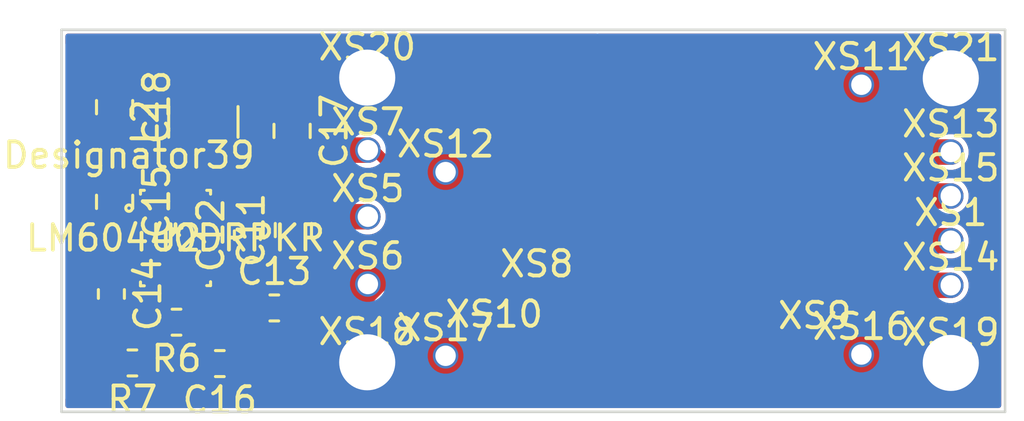
<source format=kicad_pcb>
(kicad_pcb (version 20171130) (host pcbnew "(5.1.9)-1")

  (general
    (thickness 1.6)
    (drawings 32)
    (tracks 95)
    (zones 0)
    (modules 30)
    (nets 13)
  )

  (page A4)
  (title_block
    (title BANO3)
    (date 2021-06-09)
    (rev 0000)
    (company Dolphines)
    (comment 1 0001)
    (comment 2 A.Zobenko)
  )

  (layers
    (0 F.Cu signal)
    (31 B.Cu signal)
    (32 B.Adhes user)
    (33 F.Adhes user)
    (34 B.Paste user)
    (35 F.Paste user)
    (36 B.SilkS user)
    (37 F.SilkS user)
    (38 B.Mask user)
    (39 F.Mask user)
    (40 Dwgs.User user)
    (41 Cmts.User user)
    (42 Eco1.User user)
    (43 Eco2.User user)
    (44 Edge.Cuts user)
    (45 Margin user)
    (46 B.CrtYd user)
    (47 F.CrtYd user)
    (48 B.Fab user)
    (49 F.Fab user)
  )

  (setup
    (last_trace_width 0.25)
    (user_trace_width 0.2)
    (user_trace_width 0.3)
    (user_trace_width 0.4)
    (user_trace_width 0.7)
    (user_trace_width 1)
    (trace_clearance 0.2)
    (zone_clearance 0.1)
    (zone_45_only no)
    (trace_min 0.2)
    (via_size 0.8)
    (via_drill 0.4)
    (via_min_size 0.4)
    (via_min_drill 0.3)
    (uvia_size 0.3)
    (uvia_drill 0.1)
    (uvias_allowed no)
    (uvia_min_size 0.2)
    (uvia_min_drill 0.1)
    (edge_width 0.05)
    (segment_width 0.2)
    (pcb_text_width 0.3)
    (pcb_text_size 1.5 1.5)
    (mod_edge_width 0.12)
    (mod_text_size 1 1)
    (mod_text_width 0.15)
    (pad_size 0.244109 0.244109)
    (pad_drill 0)
    (pad_to_mask_clearance 0)
    (aux_axis_origin 0 0)
    (visible_elements 7FFFFFFF)
    (pcbplotparams
      (layerselection 0x010fc_ffffffff)
      (usegerberextensions false)
      (usegerberattributes false)
      (usegerberadvancedattributes false)
      (creategerberjobfile false)
      (excludeedgelayer true)
      (linewidth 0.100000)
      (plotframeref false)
      (viasonmask false)
      (mode 1)
      (useauxorigin false)
      (hpglpennumber 1)
      (hpglpenspeed 20)
      (hpglpendiameter 15.000000)
      (psnegative false)
      (psa4output false)
      (plotreference true)
      (plotvalue true)
      (plotinvisibletext false)
      (padsonsilk false)
      (subtractmaskfromsilk false)
      (outputformat 1)
      (mirror false)
      (drillshape 0)
      (scaleselection 1)
      (outputdirectory "../Gerbers/Puziko_001/"))
  )

  (net 0 "")
  (net 1 GND)
  (net 2 "Net-(C11-Pad1)")
  (net 3 "Net-(C14-Pad1)")
  (net 4 "Net-(C15-Pad1)")
  (net 5 "Net-(C15-Pad2)")
  (net 6 "Net-(C16-Pad2)")
  (net 7 "Net-(C16-Pad1)")
  (net 8 "Net-(XS13-Pad1)")
  (net 9 "Net-(XS14-Pad1)")
  (net 10 "Net-(XS10-Pad1)")
  (net 11 "Net-(XS18-Pad1)")
  (net 12 "Net-(U2-Pad3)")

  (net_class Default "Это класс цепей по умолчанию."
    (clearance 0.2)
    (trace_width 0.25)
    (via_dia 0.8)
    (via_drill 0.4)
    (uvia_dia 0.3)
    (uvia_drill 0.1)
    (add_net GND)
    (add_net "Net-(C11-Pad1)")
    (add_net "Net-(C14-Pad1)")
    (add_net "Net-(C15-Pad1)")
    (add_net "Net-(C15-Pad2)")
    (add_net "Net-(C16-Pad1)")
    (add_net "Net-(C16-Pad2)")
    (add_net "Net-(U2-Pad3)")
    (add_net "Net-(XS10-Pad1)")
    (add_net "Net-(XS13-Pad1)")
    (add_net "Net-(XS14-Pad1)")
    (add_net "Net-(XS18-Pad1)")
  )

  (module BANO3_01:pin_0.8 (layer F.Cu) (tedit 60E69780) (tstamp 60FA12BA)
    (at 1051.6108 998.9568)
    (path /60FBC500)
    (fp_text reference XS1 (at 0 0.5) (layer F.SilkS)
      (effects (font (size 1 1) (thickness 0.15)))
    )
    (fp_text value Pin_0.5 (at 0 -0.5) (layer F.Fab)
      (effects (font (size 1 1) (thickness 0.15)))
    )
    (pad 1 thru_hole circle (at 0 1.6) (size 1 1) (drill 0.8) (layers *.Cu *.Mask)
      (net 1 GND))
  )

  (module Resistor_SMD:R_0603_1608Metric_Pad1.05x0.95mm_HandSolder (layer F.Cu) (tedit 5B301BBD) (tstamp 60F9F925)
    (at 1021.2464 1003.7572 180)
    (descr "Resistor SMD 0603 (1608 Metric), square (rectangular) end terminal, IPC_7351 nominal with elongated pad for handsoldering. (Body size source: http://www.tortai-tech.com/upload/download/2011102023233369053.pdf), generated with kicad-footprint-generator")
    (tags "resistor handsolder")
    (path /60DCAE9E)
    (attr smd)
    (fp_text reference R6 (at 0 -1.43) (layer F.SilkS)
      (effects (font (size 1 1) (thickness 0.15)))
    )
    (fp_text value R (at 0 1.43) (layer F.Fab)
      (effects (font (size 1 1) (thickness 0.15)))
    )
    (fp_line (start 1.65 0.73) (end -1.65 0.73) (layer F.CrtYd) (width 0.05))
    (fp_line (start 1.65 -0.73) (end 1.65 0.73) (layer F.CrtYd) (width 0.05))
    (fp_line (start -1.65 -0.73) (end 1.65 -0.73) (layer F.CrtYd) (width 0.05))
    (fp_line (start -1.65 0.73) (end -1.65 -0.73) (layer F.CrtYd) (width 0.05))
    (fp_line (start -0.171267 0.51) (end 0.171267 0.51) (layer F.SilkS) (width 0.12))
    (fp_line (start -0.171267 -0.51) (end 0.171267 -0.51) (layer F.SilkS) (width 0.12))
    (fp_line (start 0.8 0.4) (end -0.8 0.4) (layer F.Fab) (width 0.1))
    (fp_line (start 0.8 -0.4) (end 0.8 0.4) (layer F.Fab) (width 0.1))
    (fp_line (start -0.8 -0.4) (end 0.8 -0.4) (layer F.Fab) (width 0.1))
    (fp_line (start -0.8 0.4) (end -0.8 -0.4) (layer F.Fab) (width 0.1))
    (fp_text user %R (at 0 0) (layer F.Fab)
      (effects (font (size 0.4 0.4) (thickness 0.06)))
    )
    (pad 2 smd roundrect (at 0.875 0 180) (size 1.05 0.95) (layers F.Cu F.Paste F.Mask) (roundrect_rratio 0.25)
      (net 6 "Net-(C16-Pad2)"))
    (pad 1 smd roundrect (at -0.875 0 180) (size 1.05 0.95) (layers F.Cu F.Paste F.Mask) (roundrect_rratio 0.25)
      (net 7 "Net-(C16-Pad1)"))
    (model ${KISYS3DMOD}/Resistor_SMD.3dshapes/R_0603_1608Metric.wrl
      (at (xyz 0 0 0))
      (scale (xyz 1 1 1))
      (rotate (xyz 0 0 0))
    )
  )

  (module Capacitor_SMD:C_0805_2012Metric_Pad1.15x1.40mm_HandSolder (layer F.Cu) (tedit 5B36C52B) (tstamp 60F992FE)
    (at 1025.8298 1000.1414 90)
    (descr "Capacitor SMD 0805 (2012 Metric), square (rectangular) end terminal, IPC_7351 nominal with elongated pad for handsoldering. (Body size source: https://docs.google.com/spreadsheets/d/1BsfQQcO9C6DZCsRaXUlFlo91Tg2WpOkGARC1WS5S8t0/edit?usp=sharing), generated with kicad-footprint-generator")
    (tags "capacitor handsolder")
    (path /60DD1B43)
    (attr smd)
    (fp_text reference C11 (at 0 -1.65 90) (layer F.SilkS)
      (effects (font (size 1 1) (thickness 0.15)))
    )
    (fp_text value C (at 0 1.65 90) (layer F.Fab)
      (effects (font (size 1 1) (thickness 0.15)))
    )
    (fp_line (start 1.85 0.95) (end -1.85 0.95) (layer F.CrtYd) (width 0.05))
    (fp_line (start 1.85 -0.95) (end 1.85 0.95) (layer F.CrtYd) (width 0.05))
    (fp_line (start -1.85 -0.95) (end 1.85 -0.95) (layer F.CrtYd) (width 0.05))
    (fp_line (start -1.85 0.95) (end -1.85 -0.95) (layer F.CrtYd) (width 0.05))
    (fp_line (start -0.261252 0.71) (end 0.261252 0.71) (layer F.SilkS) (width 0.12))
    (fp_line (start -0.261252 -0.71) (end 0.261252 -0.71) (layer F.SilkS) (width 0.12))
    (fp_line (start 1 0.6) (end -1 0.6) (layer F.Fab) (width 0.1))
    (fp_line (start 1 -0.6) (end 1 0.6) (layer F.Fab) (width 0.1))
    (fp_line (start -1 -0.6) (end 1 -0.6) (layer F.Fab) (width 0.1))
    (fp_line (start -1 0.6) (end -1 -0.6) (layer F.Fab) (width 0.1))
    (fp_text user %R (at 0 0 90) (layer F.Fab)
      (effects (font (size 0.5 0.5) (thickness 0.08)))
    )
    (pad 2 smd roundrect (at 1.025 0 90) (size 1.15 1.4) (layers F.Cu F.Paste F.Mask) (roundrect_rratio 0.2173904347826087)
      (net 1 GND))
    (pad 1 smd roundrect (at -1.025 0 90) (size 1.15 1.4) (layers F.Cu F.Paste F.Mask) (roundrect_rratio 0.2173904347826087)
      (net 2 "Net-(C11-Pad1)"))
    (model ${KISYS3DMOD}/Capacitor_SMD.3dshapes/C_0805_2012Metric.wrl
      (at (xyz 0 0 0))
      (scale (xyz 1 1 1))
      (rotate (xyz 0 0 0))
    )
  )

  (module Capacitor_SMD:C_0805_2012Metric_Pad1.15x1.40mm_HandSolder (layer F.Cu) (tedit 5B36C52B) (tstamp 60F9930E)
    (at 1025.779 996.2478 270)
    (descr "Capacitor SMD 0805 (2012 Metric), square (rectangular) end terminal, IPC_7351 nominal with elongated pad for handsoldering. (Body size source: https://docs.google.com/spreadsheets/d/1BsfQQcO9C6DZCsRaXUlFlo91Tg2WpOkGARC1WS5S8t0/edit?usp=sharing), generated with kicad-footprint-generator")
    (tags "capacitor handsolder")
    (path /60DB54E0)
    (attr smd)
    (fp_text reference C17 (at 0 -1.65 90) (layer F.SilkS)
      (effects (font (size 1 1) (thickness 0.15)))
    )
    (fp_text value C (at 0 1.65 90) (layer F.Fab)
      (effects (font (size 1 1) (thickness 0.15)))
    )
    (fp_line (start 1.85 0.95) (end -1.85 0.95) (layer F.CrtYd) (width 0.05))
    (fp_line (start 1.85 -0.95) (end 1.85 0.95) (layer F.CrtYd) (width 0.05))
    (fp_line (start -1.85 -0.95) (end 1.85 -0.95) (layer F.CrtYd) (width 0.05))
    (fp_line (start -1.85 0.95) (end -1.85 -0.95) (layer F.CrtYd) (width 0.05))
    (fp_line (start -0.261252 0.71) (end 0.261252 0.71) (layer F.SilkS) (width 0.12))
    (fp_line (start -0.261252 -0.71) (end 0.261252 -0.71) (layer F.SilkS) (width 0.12))
    (fp_line (start 1 0.6) (end -1 0.6) (layer F.Fab) (width 0.1))
    (fp_line (start 1 -0.6) (end 1 0.6) (layer F.Fab) (width 0.1))
    (fp_line (start -1 -0.6) (end 1 -0.6) (layer F.Fab) (width 0.1))
    (fp_line (start -1 0.6) (end -1 -0.6) (layer F.Fab) (width 0.1))
    (fp_text user %R (at 0 0 90) (layer F.Fab)
      (effects (font (size 0.5 0.5) (thickness 0.08)))
    )
    (pad 2 smd roundrect (at 1.025 0 270) (size 1.15 1.4) (layers F.Cu F.Paste F.Mask) (roundrect_rratio 0.2173904347826087)
      (net 1 GND))
    (pad 1 smd roundrect (at -1.025 0 270) (size 1.15 1.4) (layers F.Cu F.Paste F.Mask) (roundrect_rratio 0.2173904347826087)
      (net 7 "Net-(C16-Pad1)"))
    (model ${KISYS3DMOD}/Capacitor_SMD.3dshapes/C_0805_2012Metric.wrl
      (at (xyz 0 0 0))
      (scale (xyz 1 1 1))
      (rotate (xyz 0 0 0))
    )
  )

  (module Capacitor_SMD:C_0805_2012Metric_Pad1.15x1.40mm_HandSolder (layer F.Cu) (tedit 5B36C52B) (tstamp 60F9931E)
    (at 1018.8194 995.3154 270)
    (descr "Capacitor SMD 0805 (2012 Metric), square (rectangular) end terminal, IPC_7351 nominal with elongated pad for handsoldering. (Body size source: https://docs.google.com/spreadsheets/d/1BsfQQcO9C6DZCsRaXUlFlo91Tg2WpOkGARC1WS5S8t0/edit?usp=sharing), generated with kicad-footprint-generator")
    (tags "capacitor handsolder")
    (path /60DB8DCA)
    (attr smd)
    (fp_text reference C18 (at 0 -1.65 90) (layer F.SilkS)
      (effects (font (size 1 1) (thickness 0.15)))
    )
    (fp_text value C (at 0 1.65 90) (layer F.Fab)
      (effects (font (size 1 1) (thickness 0.15)))
    )
    (fp_line (start 1.85 0.95) (end -1.85 0.95) (layer F.CrtYd) (width 0.05))
    (fp_line (start 1.85 -0.95) (end 1.85 0.95) (layer F.CrtYd) (width 0.05))
    (fp_line (start -1.85 -0.95) (end 1.85 -0.95) (layer F.CrtYd) (width 0.05))
    (fp_line (start -1.85 0.95) (end -1.85 -0.95) (layer F.CrtYd) (width 0.05))
    (fp_line (start -0.261252 0.71) (end 0.261252 0.71) (layer F.SilkS) (width 0.12))
    (fp_line (start -0.261252 -0.71) (end 0.261252 -0.71) (layer F.SilkS) (width 0.12))
    (fp_line (start 1 0.6) (end -1 0.6) (layer F.Fab) (width 0.1))
    (fp_line (start 1 -0.6) (end 1 0.6) (layer F.Fab) (width 0.1))
    (fp_line (start -1 -0.6) (end 1 -0.6) (layer F.Fab) (width 0.1))
    (fp_line (start -1 0.6) (end -1 -0.6) (layer F.Fab) (width 0.1))
    (fp_text user %R (at 0 0 90) (layer F.Fab)
      (effects (font (size 0.5 0.5) (thickness 0.08)))
    )
    (pad 2 smd roundrect (at 1.025 0 270) (size 1.15 1.4) (layers F.Cu F.Paste F.Mask) (roundrect_rratio 0.2173904347826087)
      (net 1 GND))
    (pad 1 smd roundrect (at -1.025 0 270) (size 1.15 1.4) (layers F.Cu F.Paste F.Mask) (roundrect_rratio 0.2173904347826087)
      (net 7 "Net-(C16-Pad1)"))
    (model ${KISYS3DMOD}/Capacitor_SMD.3dshapes/C_0805_2012Metric.wrl
      (at (xyz 0 0 0))
      (scale (xyz 1 1 1))
      (rotate (xyz 0 0 0))
    )
  )

  (module LM60440DRPKR:LM60440DRPKR (layer F.Cu) (tedit 60F99B5A) (tstamp 60DA12DF)
    (at 1021.207 1000.4552)
    (path /60E5ED58)
    (fp_text reference U2 (at 0 0) (layer F.SilkS)
      (effects (font (size 1 1) (thickness 0.15)))
    )
    (fp_text value LM60440DRPKR (at 0 0) (layer F.SilkS)
      (effects (font (size 1 1) (thickness 0.15)))
    )
    (fp_circle (center -1.825 -1.174956) (end -1.699999 -1.174956) (layer F.SilkS) (width 0.12))
    (fp_poly (pts (xy 0.575 -1.700032) (xy 0.724997 -1.70003) (xy 0.775 -1.650032) (xy 0.775 -1.325032)
      (xy 0.825 -1.275032) (xy 1.149998 -1.275032) (xy 1.2 -1.225032) (xy 1.199998 -1.075032)
      (xy 1.15 -1.025032) (xy 0.575 -1.025032) (xy 0.525 -1.075032) (xy 0.524998 -1.650032)
      (xy 0.57499 -1.700032)) (layer F.Paste) (width 0.1))
    (fp_poly (pts (xy 0.575 -1.700032) (xy 0.724997 -1.70003) (xy 0.775 -1.650032) (xy 0.775 -1.325032)
      (xy 0.825 -1.275032) (xy 1.149998 -1.275032) (xy 1.2 -1.225032) (xy 1.199998 -1.075032)
      (xy 1.15 -1.025032) (xy 0.575 -1.025032) (xy 0.525 -1.075032) (xy 0.524998 -1.650032)
      (xy 0.57499 -1.700032)) (layer F.Mask) (width 0.1))
    (fp_poly (pts (xy 0.575 -1.700032) (xy 0.724997 -1.70003) (xy 0.775 -1.650032) (xy 0.775 -1.325032)
      (xy 0.825 -1.275032) (xy 1.149998 -1.275032) (xy 1.2 -1.225032) (xy 1.199998 -1.075032)
      (xy 1.15 -1.025032) (xy 0.575 -1.025032) (xy 0.525 -1.075032) (xy 0.524998 -1.650032)
      (xy 0.57499 -1.700032)) (layer F.Cu) (width 0.1))
    (fp_poly (pts (xy -0.574998 1.700032) (xy -0.724997 1.70003) (xy -0.774997 1.650032) (xy -0.774997 1.325032)
      (xy -0.824997 1.275032) (xy -1.149998 1.275032) (xy -1.199998 1.225032) (xy -1.199998 1.075032)
      (xy -1.149998 1.025032) (xy -0.574998 1.025032) (xy -0.524998 1.075032) (xy -0.524998 1.650032)
      (xy -0.574987 1.700032)) (layer F.Paste) (width 0.1))
    (fp_poly (pts (xy -0.574998 1.700032) (xy -0.724997 1.70003) (xy -0.774997 1.650032) (xy -0.774997 1.325032)
      (xy -0.824997 1.275032) (xy -1.149998 1.275032) (xy -1.199998 1.225032) (xy -1.199998 1.075032)
      (xy -1.149998 1.025032) (xy -0.574998 1.025032) (xy -0.524998 1.075032) (xy -0.524998 1.650032)
      (xy -0.574987 1.700032)) (layer F.Mask) (width 0.1))
    (fp_poly (pts (xy -0.574998 1.700032) (xy -0.724997 1.70003) (xy -0.774997 1.650032) (xy -0.774997 1.325032)
      (xy -0.824997 1.275032) (xy -1.149998 1.275032) (xy -1.199998 1.225032) (xy -1.199998 1.075032)
      (xy -1.149998 1.025032) (xy -0.574998 1.025032) (xy -0.524998 1.075032) (xy -0.524998 1.650032)
      (xy -0.574987 1.700032)) (layer F.Cu) (width 0.1))
    (fp_poly (pts (xy 1.2 1.075035) (xy 1.199998 1.225034) (xy 1.15 1.275034) (xy 0.825 1.275034)
      (xy 0.775 1.325034) (xy 0.775 1.650035) (xy 0.725 1.700035) (xy 0.575 1.700035)
      (xy 0.525 1.650035) (xy 0.525 1.075035) (xy 0.575 1.025035) (xy 1.15 1.025035)
      (xy 1.2 1.075025)) (layer F.Paste) (width 0.1))
    (fp_poly (pts (xy 1.2 1.075035) (xy 1.199998 1.225034) (xy 1.15 1.275034) (xy 0.825 1.275034)
      (xy 0.775 1.325034) (xy 0.775 1.650035) (xy 0.725 1.700035) (xy 0.575 1.700035)
      (xy 0.525 1.650035) (xy 0.525 1.075035) (xy 0.575 1.025035) (xy 1.15 1.025035)
      (xy 1.2 1.075025)) (layer F.Mask) (width 0.1))
    (fp_poly (pts (xy 1.2 1.075035) (xy 1.199998 1.225034) (xy 1.15 1.275034) (xy 0.825 1.275034)
      (xy 0.775 1.325034) (xy 0.775 1.650035) (xy 0.725 1.700035) (xy 0.575 1.700035)
      (xy 0.525 1.650035) (xy 0.525 1.075035) (xy 0.575 1.025035) (xy 1.15 1.025035)
      (xy 1.2 1.075025)) (layer F.Cu) (width 0.1))
    (fp_poly (pts (xy -1.200031 -1.224956) (xy -1.150033 -1.274956) (xy -0.825033 -1.274956) (xy -0.775033 -1.324955)
      (xy -0.77503 -1.649954) (xy -0.725033 -1.699956) (xy -0.575031 -1.699956) (xy -0.525031 -1.649956)
      (xy -0.525031 -1.074956) (xy -0.575031 -1.024956) (xy -1.150031 -1.024956) (xy -1.200031 -1.074943)) (layer F.Paste) (width 0.1))
    (fp_poly (pts (xy -1.200031 -1.224956) (xy -1.150033 -1.274956) (xy -0.825033 -1.274956) (xy -0.775033 -1.324955)
      (xy -0.77503 -1.649954) (xy -0.725033 -1.699956) (xy -0.575031 -1.699956) (xy -0.525031 -1.649956)
      (xy -0.525031 -1.074956) (xy -0.575031 -1.024956) (xy -1.150031 -1.024956) (xy -1.200031 -1.074943)) (layer F.Mask) (width 0.1))
    (fp_poly (pts (xy -1.200031 -1.224956) (xy -1.150033 -1.274956) (xy -0.825033 -1.274956) (xy -0.775033 -1.324955)
      (xy -0.77503 -1.649954) (xy -0.725033 -1.699956) (xy -0.575031 -1.699956) (xy -0.525031 -1.649956)
      (xy -0.525031 -1.074956) (xy -0.575031 -1.024956) (xy -1.150031 -1.024956) (xy -1.200031 -1.074943)) (layer F.Cu) (width 0.1))
    (fp_line (start -1.373175 -1.724447) (end -1.373175 -1.874446) (layer F.SilkS) (width 0.12))
    (fp_line (start -1.373175 -1.874446) (end -1.223175 -1.874446) (layer F.SilkS) (width 0.12))
    (fp_line (start 1.374727 1.864639) (end 1.374727 1.71464) (layer F.SilkS) (width 0.12))
    (fp_line (start 1.224727 1.864639) (end 1.374727 1.864639) (layer F.SilkS) (width 0.12))
    (fp_line (start 1.225418 -1.875193) (end 1.375418 -1.875193) (layer F.SilkS) (width 0.12))
    (fp_line (start 1.375418 -1.725191) (end 1.375418 -1.875193) (layer F.SilkS) (width 0.12))
    (fp_line (start -1.373495 1.873956) (end -1.223495 1.873956) (layer F.SilkS) (width 0.12))
    (fp_line (start -1.373495 1.873956) (end -1.373495 1.723956) (layer F.SilkS) (width 0.12))
    (fp_line (start -1.05 -1.549999) (end 1.05 -1.549999) (layer F.Fab) (width 0.1))
    (fp_line (start 1.05 1.549999) (end 1.05 -1.549999) (layer F.Fab) (width 0.1))
    (fp_line (start -1.05 1.549999) (end 1.05 1.549999) (layer F.Fab) (width 0.1))
    (fp_line (start -1.05 1.549999) (end -1.05 -1.549999) (layer F.Fab) (width 0.1))
    (fp_text user Designator39 (at -1.8288 -3.2512) (layer F.SilkS)
      (effects (font (size 1 1) (thickness 0.15)))
    )
    (fp_text user .Designator (at -0.000015 0.000003) (layer Dwgs.User)
      (effects (font (size 1 1) (thickness 0.15)))
    )
    (fp_text user .Designator (at -0.000015 0.000003) (layer F.Fab)
      (effects (font (size 1 1) (thickness 0.15)))
    )
    (fp_text user * (at 0 0) (layer F.Fab)
      (effects (font (size 1 1) (thickness 0.15)))
    )
    (fp_text user * (at 0 0) (layer F.SilkS)
      (effects (font (size 1 1) (thickness 0.15)))
    )
    (fp_text user "Copyright 2021 Accelerated Designs. All rights reserved." (at 0 0) (layer Cmts.User)
      (effects (font (size 0.127 0.127) (thickness 0.002)))
    )
    (pad 13 smd rect (at 0 0.2) (size 0.449999 1.1) (layers F.Cu F.Paste F.Mask)
      (net 1 GND))
    (pad 12 smd rect (at 0 -1.375001) (size 0.349999 0.650001) (layers F.Cu F.Paste F.Mask)
      (net 4 "Net-(C15-Pad1)"))
    (pad 11 smd circle (at 0.693748 -1.193782) (size 0.244109 0.244109) (layers F.Cu F.Paste F.Mask)
      (net 1 GND))
    (pad 10 smd rect (at 0.875 -0.499999) (size 0.650001 0.249999) (layers F.Cu F.Paste F.Mask)
      (net 2 "Net-(C11-Pad1)"))
    (pad 9 smd rect (at 0.875 0) (size 0.650001 0.249999) (layers F.Cu F.Paste F.Mask)
      (net 2 "Net-(C11-Pad1)"))
    (pad 8 smd rect (at 0.875 0.499999) (size 0.650001 0.249999) (layers F.Cu F.Paste F.Mask)
      (net 1 GND))
    (pad 7 smd circle (at 0.69375 1.193785 90) (size 0.244109 0.244109) (layers F.Cu F.Paste F.Mask)
      (net 6 "Net-(C16-Pad2)"))
    (pad 6 smd rect (at 0 1.375001) (size 0.349999 0.650001) (layers F.Cu F.Paste F.Mask)
      (net 1 GND))
    (pad 5 smd circle (at -0.693748 1.193782) (size 0.244109 0.244109) (layers F.Cu F.Paste F.Mask)
      (net 3 "Net-(C14-Pad1)"))
    (pad 4 smd rect (at -0.875 0.499999) (size 0.650001 0.249999) (layers F.Cu F.Paste F.Mask)
      (net 5 "Net-(C15-Pad2)"))
    (pad 3 smd rect (at -0.875 0) (size 0.650001 0.249999) (layers F.Cu F.Paste F.Mask)
      (net 12 "Net-(U2-Pad3)"))
    (pad 2 smd rect (at -0.875 -0.499999) (size 0.650001 0.249999) (layers F.Cu F.Paste F.Mask)
      (net 2 "Net-(C11-Pad1)"))
    (pad 1 smd circle (at -0.693781 -1.193706 90) (size 0.244109 0.244109) (layers F.Cu F.Paste F.Mask)
      (net 1 GND))
  )

  (module Capacitor_SMD:C_0603_1608Metric_Pad1.05x0.95mm_HandSolder (layer F.Cu) (tedit 5B301BBE) (tstamp 60DA1154)
    (at 1024.0264 1000.3422 90)
    (descr "Capacitor SMD 0603 (1608 Metric), square (rectangular) end terminal, IPC_7351 nominal with elongated pad for handsoldering. (Body size source: http://www.tortai-tech.com/upload/download/2011102023233369053.pdf), generated with kicad-footprint-generator")
    (tags "capacitor handsolder")
    (path /60DCF867)
    (attr smd)
    (fp_text reference C12 (at 0 -1.43 90) (layer F.SilkS)
      (effects (font (size 1 1) (thickness 0.15)))
    )
    (fp_text value C (at 0 1.43 90) (layer F.Fab)
      (effects (font (size 1 1) (thickness 0.15)))
    )
    (fp_line (start 1.65 0.73) (end -1.65 0.73) (layer F.CrtYd) (width 0.05))
    (fp_line (start 1.65 -0.73) (end 1.65 0.73) (layer F.CrtYd) (width 0.05))
    (fp_line (start -1.65 -0.73) (end 1.65 -0.73) (layer F.CrtYd) (width 0.05))
    (fp_line (start -1.65 0.73) (end -1.65 -0.73) (layer F.CrtYd) (width 0.05))
    (fp_line (start -0.171267 0.51) (end 0.171267 0.51) (layer F.SilkS) (width 0.12))
    (fp_line (start -0.171267 -0.51) (end 0.171267 -0.51) (layer F.SilkS) (width 0.12))
    (fp_line (start 0.8 0.4) (end -0.8 0.4) (layer F.Fab) (width 0.1))
    (fp_line (start 0.8 -0.4) (end 0.8 0.4) (layer F.Fab) (width 0.1))
    (fp_line (start -0.8 -0.4) (end 0.8 -0.4) (layer F.Fab) (width 0.1))
    (fp_line (start -0.8 0.4) (end -0.8 -0.4) (layer F.Fab) (width 0.1))
    (fp_text user %R (at 0 0 90) (layer F.Fab)
      (effects (font (size 0.4 0.4) (thickness 0.06)))
    )
    (pad 2 smd roundrect (at 0.875 0 90) (size 1.05 0.95) (layers F.Cu F.Paste F.Mask) (roundrect_rratio 0.25)
      (net 1 GND))
    (pad 1 smd roundrect (at -0.875 0 90) (size 1.05 0.95) (layers F.Cu F.Paste F.Mask) (roundrect_rratio 0.25)
      (net 2 "Net-(C11-Pad1)"))
    (model ${KISYS3DMOD}/Capacitor_SMD.3dshapes/C_0603_1608Metric.wrl
      (at (xyz 0 0 0))
      (scale (xyz 1 1 1))
      (rotate (xyz 0 0 0))
    )
  )

  (module Capacitor_SMD:C_0603_1608Metric_Pad1.05x0.95mm_HandSolder (layer F.Cu) (tedit 5B301BBE) (tstamp 60DA1165)
    (at 1025.0818 1003.1984)
    (descr "Capacitor SMD 0603 (1608 Metric), square (rectangular) end terminal, IPC_7351 nominal with elongated pad for handsoldering. (Body size source: http://www.tortai-tech.com/upload/download/2011102023233369053.pdf), generated with kicad-footprint-generator")
    (tags "capacitor handsolder")
    (path /60DCE5F3)
    (attr smd)
    (fp_text reference C13 (at 0 -1.43) (layer F.SilkS)
      (effects (font (size 1 1) (thickness 0.15)))
    )
    (fp_text value C (at 0 1.43) (layer F.Fab)
      (effects (font (size 1 1) (thickness 0.15)))
    )
    (fp_line (start -0.8 0.4) (end -0.8 -0.4) (layer F.Fab) (width 0.1))
    (fp_line (start -0.8 -0.4) (end 0.8 -0.4) (layer F.Fab) (width 0.1))
    (fp_line (start 0.8 -0.4) (end 0.8 0.4) (layer F.Fab) (width 0.1))
    (fp_line (start 0.8 0.4) (end -0.8 0.4) (layer F.Fab) (width 0.1))
    (fp_line (start -0.171267 -0.51) (end 0.171267 -0.51) (layer F.SilkS) (width 0.12))
    (fp_line (start -0.171267 0.51) (end 0.171267 0.51) (layer F.SilkS) (width 0.12))
    (fp_line (start -1.65 0.73) (end -1.65 -0.73) (layer F.CrtYd) (width 0.05))
    (fp_line (start -1.65 -0.73) (end 1.65 -0.73) (layer F.CrtYd) (width 0.05))
    (fp_line (start 1.65 -0.73) (end 1.65 0.73) (layer F.CrtYd) (width 0.05))
    (fp_line (start 1.65 0.73) (end -1.65 0.73) (layer F.CrtYd) (width 0.05))
    (fp_text user %R (at 0 0) (layer F.Fab)
      (effects (font (size 0.4 0.4) (thickness 0.06)))
    )
    (pad 1 smd roundrect (at -0.875 0) (size 1.05 0.95) (layers F.Cu F.Paste F.Mask) (roundrect_rratio 0.25)
      (net 2 "Net-(C11-Pad1)"))
    (pad 2 smd roundrect (at 0.875 0) (size 1.05 0.95) (layers F.Cu F.Paste F.Mask) (roundrect_rratio 0.25)
      (net 1 GND))
    (model ${KISYS3DMOD}/Capacitor_SMD.3dshapes/C_0603_1608Metric.wrl
      (at (xyz 0 0 0))
      (scale (xyz 1 1 1))
      (rotate (xyz 0 0 0))
    )
  )

  (module Capacitor_SMD:C_0603_1608Metric_Pad1.05x0.95mm_HandSolder (layer F.Cu) (tedit 60D9FA39) (tstamp 60DA1176)
    (at 1018.6924 1002.651 270)
    (descr "Capacitor SMD 0603 (1608 Metric), square (rectangular) end terminal, IPC_7351 nominal with elongated pad for handsoldering. (Body size source: http://www.tortai-tech.com/upload/download/2011102023233369053.pdf), generated with kicad-footprint-generator")
    (tags "capacitor handsolder")
    (path /60DD3F8A)
    (attr smd)
    (fp_text reference C14 (at 0 -1.43 90) (layer F.SilkS)
      (effects (font (size 1 1) (thickness 0.15)))
    )
    (fp_text value C (at 0 1.43 90) (layer F.Fab)
      (effects (font (size 1 1) (thickness 0.15)))
    )
    (fp_line (start -0.8 0.4) (end -0.8 -0.4) (layer F.Fab) (width 0.1))
    (fp_line (start -0.8 -0.4) (end 0.8 -0.4) (layer F.Fab) (width 0.1))
    (fp_line (start 0.8 -0.4) (end 0.8 0.4) (layer F.Fab) (width 0.1))
    (fp_line (start 0.8 0.4) (end -0.8 0.4) (layer F.Fab) (width 0.1))
    (fp_line (start -0.171267 -0.51) (end 0.171267 -0.51) (layer F.SilkS) (width 0.12))
    (fp_line (start -0.171267 0.51) (end 0.171267 0.51) (layer F.SilkS) (width 0.12))
    (fp_line (start -1.65 0.73) (end -1.65 -0.73) (layer F.CrtYd) (width 0.05))
    (fp_line (start -1.65 -0.73) (end 1.65 -0.73) (layer F.CrtYd) (width 0.05))
    (fp_line (start 1.65 -0.73) (end 1.65 0.73) (layer F.CrtYd) (width 0.05))
    (fp_line (start 1.65 0.73) (end -1.65 0.73) (layer F.CrtYd) (width 0.05))
    (fp_text user %R (at 0 0 90) (layer F.Fab)
      (effects (font (size 0.4 0.4) (thickness 0.06)))
    )
    (pad 1 smd roundrect (at -0.875 0 270) (size 1.05 0.95) (layers F.Cu F.Paste F.Mask) (roundrect_rratio 0.25)
      (net 3 "Net-(C14-Pad1)"))
    (pad 2 smd roundrect (at 0.875 0 270) (size 1.05 0.95) (layers F.Cu F.Paste F.Mask) (roundrect_rratio 0.25)
      (net 1 GND))
    (model ${KISYS3DMOD}/Capacitor_SMD.3dshapes/C_0603_1608Metric.wrl
      (at (xyz 0 0 0))
      (scale (xyz 1 1 1))
      (rotate (xyz 0 0 0))
    )
  )

  (module Capacitor_SMD:C_0603_1608Metric_Pad1.05x0.95mm_HandSolder (layer F.Cu) (tedit 5B301BBE) (tstamp 60DA1198)
    (at 1022.9456 1005.3828 180)
    (descr "Capacitor SMD 0603 (1608 Metric), square (rectangular) end terminal, IPC_7351 nominal with elongated pad for handsoldering. (Body size source: http://www.tortai-tech.com/upload/download/2011102023233369053.pdf), generated with kicad-footprint-generator")
    (tags "capacitor handsolder")
    (path /60DB4658)
    (attr smd)
    (fp_text reference C16 (at 0 -1.43) (layer F.SilkS)
      (effects (font (size 1 1) (thickness 0.15)))
    )
    (fp_text value C (at 0 1.43) (layer F.Fab)
      (effects (font (size 1 1) (thickness 0.15)))
    )
    (fp_line (start 1.65 0.73) (end -1.65 0.73) (layer F.CrtYd) (width 0.05))
    (fp_line (start 1.65 -0.73) (end 1.65 0.73) (layer F.CrtYd) (width 0.05))
    (fp_line (start -1.65 -0.73) (end 1.65 -0.73) (layer F.CrtYd) (width 0.05))
    (fp_line (start -1.65 0.73) (end -1.65 -0.73) (layer F.CrtYd) (width 0.05))
    (fp_line (start -0.171267 0.51) (end 0.171267 0.51) (layer F.SilkS) (width 0.12))
    (fp_line (start -0.171267 -0.51) (end 0.171267 -0.51) (layer F.SilkS) (width 0.12))
    (fp_line (start 0.8 0.4) (end -0.8 0.4) (layer F.Fab) (width 0.1))
    (fp_line (start 0.8 -0.4) (end 0.8 0.4) (layer F.Fab) (width 0.1))
    (fp_line (start -0.8 -0.4) (end 0.8 -0.4) (layer F.Fab) (width 0.1))
    (fp_line (start -0.8 0.4) (end -0.8 -0.4) (layer F.Fab) (width 0.1))
    (fp_text user %R (at 0 0) (layer F.Fab)
      (effects (font (size 0.4 0.4) (thickness 0.06)))
    )
    (pad 2 smd roundrect (at 0.875 0 180) (size 1.05 0.95) (layers F.Cu F.Paste F.Mask) (roundrect_rratio 0.25)
      (net 6 "Net-(C16-Pad2)"))
    (pad 1 smd roundrect (at -0.875 0 180) (size 1.05 0.95) (layers F.Cu F.Paste F.Mask) (roundrect_rratio 0.25)
      (net 7 "Net-(C16-Pad1)"))
    (model ${KISYS3DMOD}/Capacitor_SMD.3dshapes/C_0603_1608Metric.wrl
      (at (xyz 0 0 0))
      (scale (xyz 1 1 1))
      (rotate (xyz 0 0 0))
    )
  )

  (module Inductor_SMD:L_0603_1608Metric_Pad1.05x0.95mm_HandSolder (layer F.Cu) (tedit 5B301BBE) (tstamp 60DA1253)
    (at 1019.5166 1005.3574 180)
    (descr "Capacitor SMD 0603 (1608 Metric), square (rectangular) end terminal, IPC_7351 nominal with elongated pad for handsoldering. (Body size source: http://www.tortai-tech.com/upload/download/2011102023233369053.pdf), generated with kicad-footprint-generator")
    (tags "inductor handsolder")
    (path /60DCC59E)
    (attr smd)
    (fp_text reference R7 (at 0 -1.43) (layer F.SilkS)
      (effects (font (size 1 1) (thickness 0.15)))
    )
    (fp_text value R (at 0 1.43) (layer F.Fab)
      (effects (font (size 1 1) (thickness 0.15)))
    )
    (fp_line (start -0.8 0.4) (end -0.8 -0.4) (layer F.Fab) (width 0.1))
    (fp_line (start -0.8 -0.4) (end 0.8 -0.4) (layer F.Fab) (width 0.1))
    (fp_line (start 0.8 -0.4) (end 0.8 0.4) (layer F.Fab) (width 0.1))
    (fp_line (start 0.8 0.4) (end -0.8 0.4) (layer F.Fab) (width 0.1))
    (fp_line (start -0.171267 -0.51) (end 0.171267 -0.51) (layer F.SilkS) (width 0.12))
    (fp_line (start -0.171267 0.51) (end 0.171267 0.51) (layer F.SilkS) (width 0.12))
    (fp_line (start -1.65 0.73) (end -1.65 -0.73) (layer F.CrtYd) (width 0.05))
    (fp_line (start -1.65 -0.73) (end 1.65 -0.73) (layer F.CrtYd) (width 0.05))
    (fp_line (start 1.65 -0.73) (end 1.65 0.73) (layer F.CrtYd) (width 0.05))
    (fp_line (start 1.65 0.73) (end -1.65 0.73) (layer F.CrtYd) (width 0.05))
    (fp_text user %R (at 0 0) (layer F.Fab)
      (effects (font (size 0.4 0.4) (thickness 0.06)))
    )
    (pad 1 smd roundrect (at -0.875 0 180) (size 1.05 0.95) (layers F.Cu F.Paste F.Mask) (roundrect_rratio 0.25)
      (net 6 "Net-(C16-Pad2)"))
    (pad 2 smd roundrect (at 0.875 0 180) (size 1.05 0.95) (layers F.Cu F.Paste F.Mask) (roundrect_rratio 0.25)
      (net 1 GND))
    (model ${KISYS3DMOD}/Inductor_SMD.3dshapes/L_0603_1608Metric.wrl
      (at (xyz 0 0 0))
      (scale (xyz 1 1 1))
      (rotate (xyz 0 0 0))
    )
  )

  (module Inductor_SMD:L_1210_3225Metric_Pad1.42x2.65mm_HandSolder (layer F.Cu) (tedit 5B301BBE) (tstamp 60DA8D57)
    (at 1022.2992 995.8943 90)
    (descr "Capacitor SMD 1210 (3225 Metric), square (rectangular) end terminal, IPC_7351 nominal with elongated pad for handsoldering. (Body size source: http://www.tortai-tech.com/upload/download/2011102023233369053.pdf), generated with kicad-footprint-generator")
    (tags "inductor handsolder")
    (path /60DA231A)
    (attr smd)
    (fp_text reference L2 (at 0 -2.28 90) (layer F.SilkS)
      (effects (font (size 1 1) (thickness 0.15)))
    )
    (fp_text value L (at 0 2.28 90) (layer F.Fab)
      (effects (font (size 1 1) (thickness 0.15)))
    )
    (fp_line (start -1.6 1.25) (end -1.6 -1.25) (layer F.Fab) (width 0.1))
    (fp_line (start -1.6 -1.25) (end 1.6 -1.25) (layer F.Fab) (width 0.1))
    (fp_line (start 1.6 -1.25) (end 1.6 1.25) (layer F.Fab) (width 0.1))
    (fp_line (start 1.6 1.25) (end -1.6 1.25) (layer F.Fab) (width 0.1))
    (fp_line (start -0.602064 -1.36) (end 0.602064 -1.36) (layer F.SilkS) (width 0.12))
    (fp_line (start -0.602064 1.36) (end 0.602064 1.36) (layer F.SilkS) (width 0.12))
    (fp_line (start -2.45 1.58) (end -2.45 -1.58) (layer F.CrtYd) (width 0.05))
    (fp_line (start -2.45 -1.58) (end 2.45 -1.58) (layer F.CrtYd) (width 0.05))
    (fp_line (start 2.45 -1.58) (end 2.45 1.58) (layer F.CrtYd) (width 0.05))
    (fp_line (start 2.45 1.58) (end -2.45 1.58) (layer F.CrtYd) (width 0.05))
    (fp_text user %R (at 0 0 90) (layer F.Fab)
      (effects (font (size 0.8 0.8) (thickness 0.12)))
    )
    (pad 1 smd roundrect (at -1.4875 0 90) (size 1.425 2.65) (layers F.Cu F.Paste F.Mask) (roundrect_rratio 0.1754385964912281)
      (net 4 "Net-(C15-Pad1)"))
    (pad 2 smd roundrect (at 1.4875 0 90) (size 1.425 2.65) (layers F.Cu F.Paste F.Mask) (roundrect_rratio 0.1754385964912281)
      (net 7 "Net-(C16-Pad1)"))
    (model ${KISYS3DMOD}/Inductor_SMD.3dshapes/L_1210_3225Metric.wrl
      (at (xyz 0 0 0))
      (scale (xyz 1 1 1))
      (rotate (xyz 0 0 0))
    )
  )

  (module BANO3_01:Plate_1 (layer F.Cu) (tedit 60E68D79) (tstamp 60E6E8CD)
    (at 1035.3786 1000.9698)
    (path /60E7C3BE)
    (fp_text reference XS8 (at 0 0.5) (layer F.SilkS)
      (effects (font (size 1 1) (thickness 0.15)))
    )
    (fp_text value Pin_0.5 (at 0 -0.5) (layer F.Fab)
      (effects (font (size 1 1) (thickness 0.15)))
    )
    (pad 1 smd circle (at -0.1 2) (size 1.2 1.2) (layers F.Cu F.Paste F.Mask)
      (net 8 "Net-(XS13-Pad1)"))
  )

  (module BANO3_01:Plate_1 (layer F.Cu) (tedit 60E68D79) (tstamp 60E6E8D2)
    (at 1046.2752 1003.0018)
    (path /60E812AB)
    (fp_text reference XS9 (at 0 0.5) (layer F.SilkS)
      (effects (font (size 1 1) (thickness 0.15)))
    )
    (fp_text value Pin_0.5 (at 0 -0.5) (layer F.Fab)
      (effects (font (size 1 1) (thickness 0.15)))
    )
    (pad 1 smd circle (at -0.1 2) (size 1.2 1.2) (layers F.Cu F.Paste F.Mask)
      (net 9 "Net-(XS14-Pad1)"))
  )

  (module BANO3_01:Plate_1 (layer F.Cu) (tedit 60E68D79) (tstamp 60E6E8D7)
    (at 1033.7038 1002.9444)
    (path /60E862EF)
    (fp_text reference XS10 (at 0 0.5) (layer F.SilkS)
      (effects (font (size 1 1) (thickness 0.15)))
    )
    (fp_text value Pin_0.5 (at 0 -0.5) (layer F.Fab)
      (effects (font (size 1 1) (thickness 0.15)))
    )
    (pad 1 smd circle (at -0.1 2) (size 1.2 1.2) (layers F.Cu F.Paste F.Mask)
      (net 10 "Net-(XS10-Pad1)"))
  )

  (module BANO3_01:pin_0.8 (layer F.Cu) (tedit 60E69780) (tstamp 60E6EA33)
    (at 1028.7508 998.017)
    (path /60DDD2FC)
    (fp_text reference XS5 (at 0 0.5) (layer F.SilkS)
      (effects (font (size 1 1) (thickness 0.15)))
    )
    (fp_text value Pin_0.5 (at 0 -0.5) (layer F.Fab)
      (effects (font (size 1 1) (thickness 0.15)))
    )
    (pad 1 thru_hole circle (at 0 1.6) (size 1 1) (drill 0.8) (layers *.Cu *.Mask)
      (net 2 "Net-(C11-Pad1)"))
  )

  (module BANO3_01:pin_0.8 (layer F.Cu) (tedit 60E69780) (tstamp 60E6EA37)
    (at 1028.7508 1000.6586)
    (path /60DDAEA9)
    (fp_text reference XS6 (at 0 0.5) (layer F.SilkS)
      (effects (font (size 1 1) (thickness 0.15)))
    )
    (fp_text value Pin_0.5 (at 0 -0.5) (layer F.Fab)
      (effects (font (size 1 1) (thickness 0.15)))
    )
    (pad 1 thru_hole circle (at 0 1.6) (size 1 1) (drill 0.8) (layers *.Cu *.Mask)
      (net 1 GND))
  )

  (module BANO3_01:pin_0.8 (layer F.Cu) (tedit 60E69780) (tstamp 60E6EA3B)
    (at 1028.7508 995.4006)
    (path /60DD8E0E)
    (fp_text reference XS7 (at 0 0.5) (layer F.SilkS)
      (effects (font (size 1 1) (thickness 0.15)))
    )
    (fp_text value Pin_0.5 (at 0 -0.5) (layer F.Fab)
      (effects (font (size 1 1) (thickness 0.15)))
    )
    (pad 1 thru_hole circle (at 0 1.6) (size 1 1) (drill 0.8) (layers *.Cu *.Mask)
      (net 7 "Net-(C16-Pad1)"))
  )

  (module BANO3_01:pin_0.8 (layer F.Cu) (tedit 60E69780) (tstamp 60E6EA3F)
    (at 1048.1056 992.8354)
    (path /60E8B3B9)
    (fp_text reference XS11 (at 0 0.5) (layer F.SilkS)
      (effects (font (size 1 1) (thickness 0.15)))
    )
    (fp_text value Pin_0.5 (at 0 -0.5) (layer F.Fab)
      (effects (font (size 1 1) (thickness 0.15)))
    )
    (pad 1 thru_hole circle (at 0 1.6) (size 1 1) (drill 0.8) (layers *.Cu *.Mask)
      (net 1 GND))
  )

  (module BANO3_01:pin_0.8 (layer F.Cu) (tedit 60E69780) (tstamp 60E6EA43)
    (at 1031.7988 996.2644)
    (path /60E90401)
    (fp_text reference XS12 (at 0 0.5) (layer F.SilkS)
      (effects (font (size 1 1) (thickness 0.15)))
    )
    (fp_text value Pin_0.5 (at 0 -0.5) (layer F.Fab)
      (effects (font (size 1 1) (thickness 0.15)))
    )
    (pad 1 thru_hole circle (at 0 1.6) (size 1 1) (drill 0.8) (layers *.Cu *.Mask)
      (net 1 GND))
  )

  (module BANO3_01:pin_0.8 (layer F.Cu) (tedit 60E69780) (tstamp 60E6EA47)
    (at 1051.6108 995.477)
    (path /60EAA969)
    (fp_text reference XS13 (at 0 0.5) (layer F.SilkS)
      (effects (font (size 1 1) (thickness 0.15)))
    )
    (fp_text value Pin_0.5 (at 0 -0.5) (layer F.Fab)
      (effects (font (size 1 1) (thickness 0.15)))
    )
    (pad 1 thru_hole circle (at 0 1.6) (size 1 1) (drill 0.8) (layers *.Cu *.Mask)
      (net 8 "Net-(XS13-Pad1)"))
  )

  (module BANO3_01:pin_0.8 (layer F.Cu) (tedit 60E69780) (tstamp 60E6EA4B)
    (at 1051.6108 1000.7092)
    (path /60EAA963)
    (fp_text reference XS14 (at 0 0.5) (layer F.SilkS)
      (effects (font (size 1 1) (thickness 0.15)))
    )
    (fp_text value Pin_0.5 (at 0 -0.5) (layer F.Fab)
      (effects (font (size 1 1) (thickness 0.15)))
    )
    (pad 1 thru_hole circle (at 0 1.6) (size 1 1) (drill 0.8) (layers *.Cu *.Mask)
      (net 9 "Net-(XS14-Pad1)"))
  )

  (module BANO3_01:pin_0.8 (layer F.Cu) (tedit 60E69780) (tstamp 60E6EA4F)
    (at 1051.6108 997.2042)
    (path /60EAA95D)
    (fp_text reference XS15 (at 0 0.5) (layer F.SilkS)
      (effects (font (size 1 1) (thickness 0.15)))
    )
    (fp_text value Pin_0.5 (at 0 -0.5) (layer F.Fab)
      (effects (font (size 1 1) (thickness 0.15)))
    )
    (pad 1 thru_hole circle (at 0 1.6) (size 1 1) (drill 0.8) (layers *.Cu *.Mask)
      (net 10 "Net-(XS10-Pad1)"))
  )

  (module BANO3_01:pin_0.8 (layer F.Cu) (tedit 60E69780) (tstamp 60E6EA53)
    (at 1048.1056 1003.4272)
    (path /60EAA975)
    (fp_text reference XS16 (at 0 0.5) (layer F.SilkS)
      (effects (font (size 1 1) (thickness 0.15)))
    )
    (fp_text value Pin_0.5 (at 0 -0.5) (layer F.Fab)
      (effects (font (size 1 1) (thickness 0.15)))
    )
    (pad 1 thru_hole circle (at 0 1.6) (size 1 1) (drill 0.8) (layers *.Cu *.Mask)
      (net 1 GND))
  )

  (module BANO3_01:pin_0.8 (layer F.Cu) (tedit 60E69780) (tstamp 60E6EA57)
    (at 1031.7988 1003.4778)
    (path /60EAA96F)
    (fp_text reference XS17 (at 0 0.5) (layer F.SilkS)
      (effects (font (size 1 1) (thickness 0.15)))
    )
    (fp_text value Pin_0.5 (at 0 -0.5) (layer F.Fab)
      (effects (font (size 1 1) (thickness 0.15)))
    )
    (pad 1 thru_hole circle (at 0 1.6) (size 1 1) (drill 0.8) (layers *.Cu *.Mask)
      (net 1 GND))
  )

  (module BANO3_01:pin_2.2 (layer F.Cu) (tedit 60E69871) (tstamp 60E6EA5F)
    (at 1028.7254 1003.632)
    (path /60ED96B9)
    (fp_text reference XS18 (at 0 0.5) (layer F.SilkS)
      (effects (font (size 1 1) (thickness 0.15)))
    )
    (fp_text value Pin_0.5 (at 0 -0.5) (layer F.Fab)
      (effects (font (size 1 1) (thickness 0.15)))
    )
    (pad 1 thru_hole circle (at 0 1.7) (size 2.5 2.5) (drill 2.2) (layers *.Cu *.Mask)
      (net 11 "Net-(XS18-Pad1)"))
  )

  (module BANO3_01:pin_2.2 (layer F.Cu) (tedit 60E69871) (tstamp 60E6EA64)
    (at 1051.6108 1003.6574)
    (path /60ED96BF)
    (fp_text reference XS19 (at 0 0.5) (layer F.SilkS)
      (effects (font (size 1 1) (thickness 0.15)))
    )
    (fp_text value Pin_0.5 (at 0 -0.5) (layer F.Fab)
      (effects (font (size 1 1) (thickness 0.15)))
    )
    (pad 1 thru_hole circle (at 0 1.7) (size 2.5 2.5) (drill 2.2) (layers *.Cu *.Mask)
      (net 11 "Net-(XS18-Pad1)"))
  )

  (module BANO3_01:pin_2.2 (layer F.Cu) (tedit 60E69871) (tstamp 60E6EA69)
    (at 1028.7254 992.456)
    (path /60ED96CB)
    (fp_text reference XS20 (at 0 0.5) (layer F.SilkS)
      (effects (font (size 1 1) (thickness 0.15)))
    )
    (fp_text value Pin_0.5 (at 0 -0.5) (layer F.Fab)
      (effects (font (size 1 1) (thickness 0.15)))
    )
    (pad 1 thru_hole circle (at 0 1.7) (size 2.5 2.5) (drill 2.2) (layers *.Cu *.Mask)
      (net 11 "Net-(XS18-Pad1)"))
  )

  (module BANO3_01:pin_2.2 (layer F.Cu) (tedit 60E69871) (tstamp 60E6EA6E)
    (at 1051.6108 992.4814)
    (path /60ED96C5)
    (fp_text reference XS21 (at 0 0.5) (layer F.SilkS)
      (effects (font (size 1 1) (thickness 0.15)))
    )
    (fp_text value Pin_0.5 (at 0 -0.5) (layer F.Fab)
      (effects (font (size 1 1) (thickness 0.15)))
    )
    (pad 1 thru_hole circle (at 0 1.7) (size 2.5 2.5) (drill 2.2) (layers *.Cu *.Mask)
      (net 11 "Net-(XS18-Pad1)"))
  )

  (module Capacitor_SMD:C_0805_2012Metric_Pad1.15x1.40mm_HandSolder (layer F.Cu) (tedit 60F9944D) (tstamp 60F9E8B0)
    (at 1018.8194 999.0328 270)
    (descr "Capacitor SMD 0805 (2012 Metric), square (rectangular) end terminal, IPC_7351 nominal with elongated pad for handsoldering. (Body size source: https://docs.google.com/spreadsheets/d/1BsfQQcO9C6DZCsRaXUlFlo91Tg2WpOkGARC1WS5S8t0/edit?usp=sharing), generated with kicad-footprint-generator")
    (tags "capacitor handsolder")
    (path /60DA3BF9)
    (attr smd)
    (fp_text reference C15 (at 0 -1.65 90) (layer F.SilkS)
      (effects (font (size 1 1) (thickness 0.15)))
    )
    (fp_text value C (at 0 1.65 90) (layer F.Fab)
      (effects (font (size 1 1) (thickness 0.15)))
    )
    (fp_line (start -1 0.6) (end -1 -0.6) (layer F.Fab) (width 0.1))
    (fp_line (start -1 -0.6) (end 1 -0.6) (layer F.Fab) (width 0.1))
    (fp_line (start 1 -0.6) (end 1 0.6) (layer F.Fab) (width 0.1))
    (fp_line (start 1 0.6) (end -1 0.6) (layer F.Fab) (width 0.1))
    (fp_line (start -0.261252 -0.71) (end 0.261252 -0.71) (layer F.SilkS) (width 0.12))
    (fp_line (start -0.261252 0.71) (end 0.261252 0.71) (layer F.SilkS) (width 0.12))
    (fp_line (start -1.85 0.95) (end -1.85 -0.95) (layer F.CrtYd) (width 0.05))
    (fp_line (start -1.85 -0.95) (end 1.85 -0.95) (layer F.CrtYd) (width 0.05))
    (fp_line (start 1.85 -0.95) (end 1.85 0.95) (layer F.CrtYd) (width 0.05))
    (fp_line (start 1.85 0.95) (end -1.85 0.95) (layer F.CrtYd) (width 0.05))
    (fp_text user %R (at 0 0 90) (layer F.Fab)
      (effects (font (size 0.5 0.5) (thickness 0.08)))
    )
    (pad 1 smd roundrect (at -1.025 0 270) (size 1.15 1.4) (layers F.Cu F.Paste F.Mask) (roundrect_rratio 0.2173904347826087)
      (net 4 "Net-(C15-Pad1)"))
    (pad 2 smd roundrect (at 1.025 0 270) (size 1.15 1.4) (layers F.Cu F.Paste F.Mask) (roundrect_rratio 0.217)
      (net 5 "Net-(C15-Pad2)"))
    (model ${KISYS3DMOD}/Capacitor_SMD.3dshapes/C_0805_2012Metric.wrl
      (at (xyz 0 0 0))
      (scale (xyz 1 1 1))
      (rotate (xyz 0 0 0))
    )
  )

  (gr_line (start 1053.7386 1007.2784) (end 1053.7386 992.2784) (layer Edge.Cuts) (width 0.1))
  (gr_line (start 1053.7386 1007.2784) (end 1016.7386 1007.2784) (layer Edge.Cuts) (width 0.1))
  (gr_line (start 1016.7386 1007.2784) (end 1016.7386 992.2784) (layer Edge.Cuts) (width 0.1))
  (gr_line (start 1053.7386 992.2784) (end 1016.7386 992.2784) (layer Edge.Cuts) (width 0.1))
  (gr_line (start 1031.4051 993.0257) (end 1038.6441 993.0257) (layer Dwgs.User) (width 0.2))
  (gr_line (start 1041.3111 993.0257) (end 1038.6441 993.0257) (layer Dwgs.User) (width 0.2))
  (gr_line (start 1041.3111 993.0257) (end 1048.5501 993.0257) (layer Dwgs.User) (width 0.2))
  (gr_line (start 1026.0711 1006.4877) (end 1018.4511 1006.4877) (layer Dwgs.User) (width 0.2))
  (gr_arc (start 1051.5991 996.9747) (end 1052.76998 996.9747) (angle -180) (layer Dwgs.User) (width 0.2))
  (gr_arc (start 1051.5991 1002.4357) (end 1050.42822 1002.4357) (angle -180) (layer Dwgs.User) (width 0.2))
  (gr_line (start 1048.5501 1006.4877) (end 1041.3111 1006.4877) (layer Dwgs.User) (width 0.2))
  (gr_line (start 1018.3241 993.0257) (end 1026.0711 993.0257) (layer Dwgs.User) (width 0.2))
  (gr_arc (start 1028.7391 1002.4357) (end 1027.56822 1002.4357) (angle -180) (layer Dwgs.User) (width 0.2))
  (gr_line (start 1038.6441 1006.4877) (end 1031.4051 1006.4877) (layer Dwgs.User) (width 0.2))
  (gr_arc (start 1028.7391 996.9747) (end 1029.90998 996.9747) (angle -180) (layer Dwgs.User) (width 0.2))
  (gr_arc (start 1048.613617 1005.662218) (end 1048.5501 1006.4877) (angle -98.79999803) (layer Dwgs.User) (width 0.2))
  (gr_line (start 1027.5961 1002.4357) (end 1027.5961 996.8477) (layer Dwgs.User) (width 0.2))
  (gr_line (start 1049.4391 1005.5987) (end 1049.4391 993.9147) (layer Dwgs.User) (width 0.2))
  (gr_arc (start 1018.387582 1005.662218) (end 1017.5621 1005.5987) (angle -98.79999803) (layer Dwgs.User) (width 0.2))
  (gr_line (start 1026.9601 1005.5987) (end 1026.9601 993.9147) (layer Dwgs.User) (width 0.2))
  (gr_arc (start 1026.134617 993.851183) (end 1026.9601 993.9147) (angle -98.79999803) (layer Dwgs.User) (width 0.2))
  (gr_arc (start 1048.613617 993.851183) (end 1049.4391 993.9147) (angle -98.79999803) (layer Dwgs.User) (width 0.2))
  (gr_arc (start 1031.341582 1005.662218) (end 1030.5161 1005.5987) (angle -98.79999803) (layer Dwgs.User) (width 0.2))
  (gr_line (start 1050.4561 1002.4357) (end 1050.4561 996.8477) (layer Dwgs.User) (width 0.2))
  (gr_line (start 1038.6441 1006.4877) (end 1041.3111 1006.4877) (layer Dwgs.User) (width 0.2))
  (gr_line (start 1030.5161 993.9147) (end 1030.5161 1005.5987) (layer Dwgs.User) (width 0.2))
  (gr_arc (start 1031.341582 993.851183) (end 1031.4051 993.0257) (angle -98.79999803) (layer Dwgs.User) (width 0.2))
  (gr_arc (start 1026.134617 1005.662218) (end 1026.0711 1006.4877) (angle -98.79999803) (layer Dwgs.User) (width 0.2))
  (gr_line (start 1017.5621 993.9147) (end 1017.5621 1005.5987) (layer Dwgs.User) (width 0.2))
  (gr_line (start 1029.8821 996.8477) (end 1029.8821 1002.4357) (layer Dwgs.User) (width 0.2))
  (gr_arc (start 1018.387582 993.851183) (end 1018.4511 993.0257) (angle -98.79999803) (layer Dwgs.User) (width 0.2))
  (gr_line (start 1052.7421 996.8477) (end 1052.7421 1002.4357) (layer Dwgs.User) (width 0.2))

  (segment (start 1026.4394 1003.1984) (end 1027.049 1002.5888) (width 1) (layer F.Cu) (net 1))
  (segment (start 1025.9568 1003.1984) (end 1026.4394 1003.1984) (width 1) (layer F.Cu) (net 1))
  (segment (start 1028.4206 1002.5888) (end 1028.7508 1002.2586) (width 1) (layer F.Cu) (net 1))
  (segment (start 1027.049 1002.5888) (end 1028.4206 1002.5888) (width 1) (layer F.Cu) (net 1))
  (segment (start 1023.820618 999.261418) (end 1024.0264 999.4672) (width 0.3) (layer F.Cu) (net 1))
  (segment (start 1021.900748 999.261418) (end 1023.820618 999.261418) (width 0.3) (layer F.Cu) (net 1))
  (segment (start 1020.513219 999.261494) (end 1020.306542 999.261494) (width 0.3) (layer F.Cu) (net 1))
  (segment (start 1020.513219 999.261494) (end 1020.309925 999.0582) (width 0.3) (layer F.Cu) (net 1))
  (segment (start 1017.76939 998.581336) (end 1017.76939 997.39041) (width 0.3) (layer F.Cu) (net 1))
  (segment (start 1018.246254 999.0582) (end 1017.76939 998.581336) (width 0.3) (layer F.Cu) (net 1))
  (segment (start 1017.76939 997.39041) (end 1018.8194 996.3404) (width 0.3) (layer F.Cu) (net 1))
  (segment (start 1020.309925 999.0582) (end 1018.246254 999.0582) (width 0.3) (layer F.Cu) (net 1))
  (segment (start 1024.02421 996.650054) (end 1024.02421 998.113546) (width 0.4) (layer F.Cu) (net 1))
  (segment (start 1023.643446 996.26929) (end 1024.02421 996.650054) (width 0.4) (layer F.Cu) (net 1))
  (segment (start 1024.02421 998.113546) (end 1023.155756 998.982) (width 0.4) (layer F.Cu) (net 1))
  (segment (start 1020.309925 999.0582) (end 1018.175544 999.0582) (width 0.4) (layer F.Cu) (net 1))
  (segment (start 1018.175544 999.0582) (end 1017.71939 998.602046) (width 0.4) (layer F.Cu) (net 1))
  (segment (start 1017.71939 998.602046) (end 1017.71939 997.413554) (width 0.4) (layer F.Cu) (net 1))
  (segment (start 1017.71939 997.413554) (end 1018.863654 996.26929) (width 0.4) (layer F.Cu) (net 1))
  (segment (start 1018.863654 996.26929) (end 1023.643446 996.26929) (width 0.4) (layer F.Cu) (net 1))
  (segment (start 1023.155756 998.982) (end 1021.969 998.982) (width 0.4) (layer F.Cu) (net 1))
  (segment (start 1021.969 998.6518) (end 1022.1468 998.8296) (width 0.4) (layer F.Cu) (net 1))
  (segment (start 1021.969 998.6264) (end 1021.969 998.6518) (width 0.4) (layer F.Cu) (net 1))
  (segment (start 1021.969 998.982) (end 1022.1468 998.8296) (width 0.4) (layer F.Cu) (net 1))
  (segment (start 1020.210624 999.165576) (end 1020.210624 998.886176) (width 0.4) (layer F.Cu) (net 1))
  (segment (start 1020.210624 999.165576) (end 1020.154048 999.109) (width 0.3) (layer F.Cu) (net 1))
  (segment (start 1020.306542 999.261494) (end 1020.210624 999.165576) (width 0.3) (layer F.Cu) (net 1))
  (segment (start 1020.210624 998.886176) (end 1020.318 998.7788) (width 0.4) (layer F.Cu) (net 1))
  (segment (start 1020.318 998.7788) (end 1020.3688 998.7788) (width 0.4) (layer F.Cu) (net 1))
  (segment (start 1020.3688 999.139726) (end 1020.276787 999.231739) (width 0.4) (layer F.Cu) (net 1))
  (segment (start 1020.3688 998.7788) (end 1020.3688 999.139726) (width 0.4) (layer F.Cu) (net 1))
  (segment (start 1020.210624 999.165576) (end 1020.159824 999.165576) (width 0.4) (layer F.Cu) (net 1))
  (segment (start 1020.159824 999.165576) (end 1020.064 999.2614) (width 0.4) (layer F.Cu) (net 1))
  (segment (start 1020.064 999.2614) (end 1019.7846 999.2614) (width 0.4) (layer F.Cu) (net 1))
  (segment (start 1051.6108 1000.5568) (end 1045.845 1000.5568) (width 1) (layer F.Cu) (net 1))
  (segment (start 1045.845 1000.5568) (end 1043.8638 1002.538) (width 1) (layer F.Cu) (net 1))
  (segment (start 1043.8638 1002.538) (end 1043.8638 1004.6462) (width 1) (layer F.Cu) (net 1))
  (segment (start 1043.4828 1005.0272) (end 1043.6098 1005.0272) (width 1) (layer F.Cu) (net 1))
  (segment (start 1043.2034 1005.3066) (end 1043.4828 1005.0272) (width 1) (layer F.Cu) (net 1))
  (segment (start 1043.8638 1004.6462) (end 1043.6098 1005.0272) (width 1) (layer F.Cu) (net 1))
  (segment (start 1024.2068 1001.3976) (end 1024.0264 1001.2172) (width 0.7) (layer F.Cu) (net 2))
  (segment (start 1024.2068 1003.1984) (end 1024.2068 1001.3976) (width 0.7) (layer F.Cu) (net 2))
  (segment (start 1024.0772 1001.1664) (end 1024.0264 1001.2172) (width 0.7) (layer F.Cu) (net 2))
  (segment (start 1025.8298 1001.1664) (end 1024.0772 1001.1664) (width 0.7) (layer F.Cu) (net 2))
  (segment (start 1020.332 999.955201) (end 1020.516998 999.955201) (width 0.2) (layer F.Cu) (net 2))
  (segment (start 1022.082 999.955201) (end 1022.082 1000.430199) (width 0.4) (layer F.Cu) (net 2))
  (segment (start 1023.239399 1000.430199) (end 1022.082 1000.430199) (width 0.4) (layer F.Cu) (net 2))
  (segment (start 1024.0264 1001.2172) (end 1023.239399 1000.430199) (width 0.4) (layer F.Cu) (net 2))
  (segment (start 1026.1346 1001.2172) (end 1027.7348 999.617) (width 1) (layer F.Cu) (net 2))
  (segment (start 1021.9182 999.744) (end 1022.093202 999.919002) (width 0.25) (layer F.Cu) (net 2))
  (segment (start 1020.507002 999.744) (end 1021.906998 999.744) (width 0.25) (layer F.Cu) (net 2))
  (segment (start 1020.318 999.9218) (end 1020.493002 999.746798) (width 0.25) (layer F.Cu) (net 2))
  (segment (start 1027.7348 999.617) (end 1028.7508 999.617) (width 1) (layer F.Cu) (net 2))
  (segment (start 1018.819418 1001.648982) (end 1018.6924 1001.776) (width 0.3) (layer F.Cu) (net 3))
  (segment (start 1020.513252 1001.648982) (end 1018.819418 1001.648982) (width 0.3) (layer F.Cu) (net 3))
  (segment (start 1022.2938 997.3872) (end 1022.2992 997.3818) (width 1) (layer F.Cu) (net 4))
  (segment (start 1021.207 999.080199) (end 1021.207 998.1692) (width 0.4) (layer F.Cu) (net 4))
  (segment (start 1021.9944 997.3818) (end 1022.2992 997.3818) (width 0.4) (layer F.Cu) (net 4))
  (segment (start 1021.207 998.1692) (end 1021.9944 997.3818) (width 0.4) (layer F.Cu) (net 4))
  (segment (start 1020.2926 997.3818) (end 1022.2992 997.3818) (width 1) (layer F.Cu) (net 4))
  (segment (start 1018.9464 997.9152) (end 1019.7592 997.9152) (width 1) (layer F.Cu) (net 4))
  (segment (start 1019.7592 997.9152) (end 1020.2926 997.3818) (width 1) (layer F.Cu) (net 4))
  (segment (start 1019.674999 1000.955199) (end 1018.667 999.9472) (width 0.3) (layer F.Cu) (net 5))
  (segment (start 1020.332 1000.955199) (end 1019.674999 1000.955199) (width 0.3) (layer F.Cu) (net 5))
  (segment (start 1020.417 1005.3828) (end 1020.3916 1005.3574) (width 0.7) (layer F.Cu) (net 6))
  (segment (start 1022.0706 1005.3828) (end 1020.417 1005.3828) (width 0.7) (layer F.Cu) (net 6))
  (segment (start 1020.3916 1003.709) (end 1020.4958 1003.6048) (width 0.7) (layer F.Cu) (net 6))
  (segment (start 1020.3916 1005.3574) (end 1020.3916 1003.709) (width 0.7) (layer F.Cu) (net 6))
  (segment (start 1020.652404 1003.6048) (end 1020.4958 1003.6048) (width 0.4) (layer F.Cu) (net 6))
  (segment (start 1021.90075 1002.356454) (end 1020.652404 1003.6048) (width 0.4) (layer F.Cu) (net 6))
  (segment (start 1021.90075 1001.648985) (end 1021.90075 1002.356454) (width 0.4) (layer F.Cu) (net 6))
  (segment (start 1022.1828 994.2904) (end 1022.2992 994.4068) (width 1) (layer F.Cu) (net 7))
  (segment (start 1018.8194 994.2904) (end 1022.1828 994.2904) (width 1) (layer F.Cu) (net 7))
  (segment (start 1024.963 994.4068) (end 1025.779 995.2228) (width 1) (layer F.Cu) (net 7))
  (segment (start 1022.2992 994.4068) (end 1024.963 994.4068) (width 1) (layer F.Cu) (net 7))
  (segment (start 1025.779 995.2228) (end 1026.1346 995.2228) (width 1) (layer F.Cu) (net 7))
  (segment (start 1027.9124 997.0006) (end 1028.7508 997.0006) (width 1) (layer F.Cu) (net 7))
  (segment (start 1026.1346 995.2228) (end 1027.9124 997.0006) (width 1) (layer F.Cu) (net 7))
  (segment (start 1023.8206 1005.3828) (end 1023.8206 1005.1796) (width 0.7) (layer F.Cu) (net 7))
  (segment (start 1023.8206 1005.1796) (end 1022.2458 1003.6048) (width 0.7) (layer F.Cu) (net 7))
  (segment (start 1029.8684 997.8644) (end 1028.968391 996.964391) (width 0.4) (layer F.Cu) (net 7))
  (segment (start 1030.1478 998.1438) (end 1029.8684 997.8644) (width 0.4) (layer F.Cu) (net 7))
  (segment (start 1030.1478 1002.3348) (end 1030.1478 998.1438) (width 0.4) (layer F.Cu) (net 7))
  (segment (start 1023.8206 1005.3828) (end 1025.7282 1005.3828) (width 0.4) (layer F.Cu) (net 7))
  (segment (start 1025.7282 1005.3828) (end 1027.62219 1003.48881) (width 0.4) (layer F.Cu) (net 7))
  (segment (start 1027.62219 1003.48881) (end 1028.993791 1003.488809) (width 0.4) (layer F.Cu) (net 7))
  (segment (start 1028.993791 1003.488809) (end 1030.1478 1002.3348) (width 0.4) (layer F.Cu) (net 7))
  (segment (start 1041.1714 997.077) (end 1051.6108 997.077) (width 1) (layer F.Cu) (net 8))
  (segment (start 1035.2786 1002.9698) (end 1041.1714 997.077) (width 1) (layer F.Cu) (net 8))
  (segment (start 1046.1752 1005.0018) (end 1046.1752 1003.9858) (width 1) (layer F.Cu) (net 9))
  (segment (start 1047.8518 1002.3092) (end 1051.6108 1002.3092) (width 1) (layer F.Cu) (net 9))
  (segment (start 1046.1752 1003.9858) (end 1047.8518 1002.3092) (width 1) (layer F.Cu) (net 9))
  (segment (start 1033.6038 1004.9444) (end 1038.257 1004.9444) (width 1) (layer F.Cu) (net 10))
  (segment (start 1044.3972 998.8042) (end 1051.6108 998.8042) (width 1) (layer F.Cu) (net 10))
  (segment (start 1038.257 1004.9444) (end 1044.3972 998.8042) (width 1) (layer F.Cu) (net 10))

  (zone (net 1) (net_name GND) (layer F.Cu) (tstamp 61299C7B) (hatch edge 0.508)
    (connect_pads yes (clearance 0.1))
    (min_thickness 0.2)
    (fill yes (arc_segments 32) (thermal_gap 0.208) (thermal_bridge_width 0.25))
    (polygon
      (pts
        (xy 1026.795 993.8258) (xy 1026.795 995.7054) (xy 1028.065 996.9754) (xy 1028.7762 996.9754) (xy 1029.843 998.0422)
        (xy 1029.843 1002.6142) (xy 1029.0048 1003.4524) (xy 1027.7348 1003.4524) (xy 1026.922 1004.2652) (xy 1026.922 1005.713)
        (xy 1026.16 1006.475) (xy 1018.3368 1006.475) (xy 1017.5494 1005.6876) (xy 1017.5494 993.775) (xy 1018.1844 993.14)
        (xy 1026.1092 993.14)
      )
    )
    (filled_polygon
      (pts
        (xy 1026.695 993.867222) (xy 1026.695 994.605434) (xy 1026.687515 994.59143) (xy 1026.618935 994.507865) (xy 1026.53537 994.439285)
        (xy 1026.440032 994.388326) (xy 1026.336584 994.356945) (xy 1026.229001 994.346349) (xy 1026.03392 994.346349) (xy 1025.556473 993.868903)
        (xy 1025.531422 993.838378) (xy 1025.409606 993.738407) (xy 1025.270628 993.664121) (xy 1025.119827 993.618376) (xy 1025.002293 993.6068)
        (xy 1025.002291 993.6068) (xy 1024.963 993.60293) (xy 1024.923709 993.6068) (xy 1023.807167 993.6068) (xy 1023.764135 993.554365)
        (xy 1023.68057 993.485785) (xy 1023.585231 993.434826) (xy 1023.481783 993.403445) (xy 1023.3742 993.392849) (xy 1021.2242 993.392849)
        (xy 1021.116617 993.403445) (xy 1021.013169 993.434826) (xy 1020.91783 993.485785) (xy 1020.912207 993.4904) (xy 1019.544929 993.4904)
        (xy 1019.480432 993.455926) (xy 1019.376984 993.424545) (xy 1019.269401 993.413949) (xy 1018.369399 993.413949) (xy 1018.261816 993.424545)
        (xy 1018.158368 993.455926) (xy 1018.06303 993.506885) (xy 1017.979465 993.575465) (xy 1017.910885 993.65903) (xy 1017.859926 993.754368)
        (xy 1017.828545 993.857816) (xy 1017.817949 993.965399) (xy 1017.817949 994.615401) (xy 1017.828545 994.722984) (xy 1017.859926 994.826432)
        (xy 1017.910885 994.92177) (xy 1017.979465 995.005335) (xy 1018.06303 995.073915) (xy 1018.158368 995.124874) (xy 1018.261816 995.156255)
        (xy 1018.369399 995.166851) (xy 1019.269401 995.166851) (xy 1019.376984 995.156255) (xy 1019.480432 995.124874) (xy 1019.544929 995.0904)
        (xy 1020.720108 995.0904) (xy 1020.765685 995.17567) (xy 1020.834265 995.259235) (xy 1020.91783 995.327815) (xy 1021.013169 995.378774)
        (xy 1021.116617 995.410155) (xy 1021.2242 995.420751) (xy 1023.3742 995.420751) (xy 1023.481783 995.410155) (xy 1023.585231 995.378774)
        (xy 1023.68057 995.327815) (xy 1023.764135 995.259235) (xy 1023.807167 995.2068) (xy 1024.63163 995.2068) (xy 1024.777549 995.352719)
        (xy 1024.777549 995.547801) (xy 1024.788145 995.655384) (xy 1024.819526 995.758832) (xy 1024.870485 995.85417) (xy 1024.939065 995.937735)
        (xy 1025.02263 996.006315) (xy 1025.117968 996.057274) (xy 1025.221416 996.088655) (xy 1025.328999 996.099251) (xy 1025.879681 996.099251)
        (xy 1027.318927 997.538497) (xy 1027.343978 997.569022) (xy 1027.390952 997.607572) (xy 1027.465793 997.668993) (xy 1027.593145 997.737064)
        (xy 1027.604772 997.743279) (xy 1027.755573 997.789024) (xy 1027.873107 997.8006) (xy 1027.873109 997.8006) (xy 1027.9124 997.80447)
        (xy 1027.951691 997.8006) (xy 1028.829593 997.8006) (xy 1028.868335 997.792894) (xy 1028.907627 997.789024) (xy 1028.945407 997.777563)
        (xy 1028.984151 997.769857) (xy 1029.020648 997.75474) (xy 1029.044422 997.747528) (xy 1029.532213 998.235319) (xy 1029.532218 998.235323)
        (xy 1029.647801 998.350906) (xy 1029.6478 1002.127694) (xy 1028.786686 1002.988809) (xy 1027.646748 1002.988811) (xy 1027.622189 1002.986392)
        (xy 1027.524172 1002.996046) (xy 1027.429921 1003.024636) (xy 1027.34306 1003.071065) (xy 1027.286002 1003.117891) (xy 1027.285997 1003.117896)
        (xy 1027.266926 1003.133547) (xy 1027.251274 1003.152619) (xy 1025.521095 1004.8828) (xy 1024.575958 1004.8828) (xy 1024.556221 1004.845875)
        (xy 1024.489196 1004.764204) (xy 1024.407525 1004.697179) (xy 1024.314348 1004.647374) (xy 1024.213244 1004.616705) (xy 1024.172978 1004.612739)
        (xy 1022.921254 1003.361016) (xy 1022.906826 1003.313452) (xy 1022.857021 1003.220275) (xy 1022.789996 1003.138604) (xy 1022.708325 1003.071579)
        (xy 1022.615148 1003.021774) (xy 1022.514044 1002.991105) (xy 1022.436825 1002.983499) (xy 1022.373222 1002.964206) (xy 1022.2458 1002.951656)
        (xy 1022.118378 1002.964206) (xy 1022.063842 1002.980749) (xy 1021.983562 1002.980749) (xy 1022.236937 1002.727374) (xy 1022.256014 1002.711718)
        (xy 1022.318496 1002.635583) (xy 1022.364925 1002.548721) (xy 1022.393515 1002.454471) (xy 1022.40075 1002.381014) (xy 1022.403169 1002.356454)
        (xy 1022.40075 1002.331894) (xy 1022.40075 1002.076066) (xy 1022.42139 1002.07426) (xy 1022.423155 1002.073747) (xy 1022.424982 1002.073568)
        (xy 1022.455947 1002.064219) (xy 1022.486985 1002.055201) (xy 1022.488614 1002.054357) (xy 1022.490375 1002.053825) (xy 1022.518917 1002.038649)
        (xy 1022.54763 1002.023765) (xy 1022.549069 1002.022617) (xy 1022.550687 1002.021756) (xy 1022.575713 1002.001345) (xy 1022.601013 1001.981148)
        (xy 1022.603565 1001.978631) (xy 1022.603622 1001.978584) (xy 1022.603666 1001.978531) (xy 1022.604492 1001.977716) (xy 1022.65449 1001.927717)
        (xy 1022.675025 1001.902717) (xy 1022.695785 1001.877976) (xy 1022.696674 1001.876359) (xy 1022.697846 1001.874932) (xy 1022.713126 1001.846433)
        (xy 1022.728693 1001.818118) (xy 1022.729251 1001.816359) (xy 1022.730124 1001.814731) (xy 1022.739567 1001.783842) (xy 1022.749349 1001.753008)
        (xy 1022.749555 1001.751169) (xy 1022.750094 1001.749407) (xy 1022.753356 1001.717286) (xy 1022.756964 1001.685126) (xy 1022.756989 1001.681517)
        (xy 1022.756996 1001.681449) (xy 1022.75699 1001.681386) (xy 1022.756998 1001.680239) (xy 1022.757 1001.53024) (xy 1022.757 1001.530225)
        (xy 1022.753845 1001.498044) (xy 1022.751021 1001.465807) (xy 1022.750512 1001.464054) (xy 1022.750334 1001.462243) (xy 1022.740987 1001.431282)
        (xy 1022.731957 1001.400215) (xy 1022.731119 1001.398598) (xy 1022.730591 1001.39685) (xy 1022.715406 1001.368292) (xy 1022.700516 1001.339572)
        (xy 1022.699376 1001.338144) (xy 1022.698522 1001.336538) (xy 1022.678111 1001.311511) (xy 1022.657895 1001.286192) (xy 1022.655393 1001.283656)
        (xy 1022.65535 1001.283603) (xy 1022.655301 1001.283562) (xy 1022.654463 1001.282713) (xy 1022.604463 1001.232723) (xy 1022.579478 1001.212204)
        (xy 1022.554738 1001.191445) (xy 1022.553109 1001.190549) (xy 1022.551674 1001.189371) (xy 1022.5232 1001.174107) (xy 1022.49488 1001.158538)
        (xy 1022.493109 1001.157976) (xy 1022.491471 1001.157098) (xy 1022.460618 1001.147669) (xy 1022.429769 1001.137883) (xy 1022.427916 1001.137675)
        (xy 1022.426145 1001.137134) (xy 1022.394063 1001.133878) (xy 1022.361887 1001.130269) (xy 1022.358253 1001.130244) (xy 1022.358187 1001.130237)
        (xy 1022.358125 1001.130243) (xy 1022.357 1001.130235) (xy 1021.782 1001.130235) (xy 1021.749828 1001.13339) (xy 1021.717617 1001.136208)
        (xy 1021.71585 1001.136721) (xy 1021.714018 1001.136901) (xy 1021.683055 1001.146249) (xy 1021.652022 1001.155265) (xy 1021.650389 1001.156111)
        (xy 1021.648625 1001.156644) (xy 1021.620096 1001.171813) (xy 1021.591376 1001.1867) (xy 1021.589934 1001.187851) (xy 1021.588313 1001.188713)
        (xy 1021.563271 1001.209136) (xy 1021.537993 1001.229316) (xy 1021.535432 1001.231841) (xy 1021.535378 1001.231885) (xy 1021.535337 1001.231935)
        (xy 1021.534513 1001.232747) (xy 1021.484513 1001.282748) (xy 1021.464016 1001.307702) (xy 1021.44321 1001.332497) (xy 1021.442322 1001.334113)
        (xy 1021.441156 1001.335532) (xy 1021.425887 1001.364007) (xy 1021.410303 1001.392355) (xy 1021.409747 1001.394108) (xy 1021.408876 1001.395732)
        (xy 1021.39942 1001.426663) (xy 1021.389648 1001.457466) (xy 1021.389443 1001.459296) (xy 1021.388905 1001.461055) (xy 1021.385639 1001.493209)
        (xy 1021.382034 1001.525348) (xy 1021.382009 1001.528944) (xy 1021.382002 1001.529013) (xy 1021.382008 1001.529077) (xy 1021.382 1001.530235)
        (xy 1021.382 1002.105235) (xy 1021.385159 1002.137451) (xy 1021.38737 1002.162727) (xy 1020.589239 1002.960859) (xy 1020.495799 1002.951656)
        (xy 1020.368378 1002.964206) (xy 1020.313842 1002.980749) (xy 1020.0839 1002.980749) (xy 1019.978756 1002.991105) (xy 1019.877652 1003.021774)
        (xy 1019.784475 1003.071579) (xy 1019.702804 1003.138604) (xy 1019.635779 1003.220275) (xy 1019.585974 1003.313452) (xy 1019.555305 1003.414556)
        (xy 1019.544949 1003.5197) (xy 1019.544949 1003.9947) (xy 1019.555305 1004.099844) (xy 1019.585974 1004.200948) (xy 1019.635779 1004.294125)
        (xy 1019.702804 1004.375796) (xy 1019.741601 1004.407635) (xy 1019.7416 1004.723542) (xy 1019.723004 1004.738804) (xy 1019.655979 1004.820475)
        (xy 1019.606174 1004.913652) (xy 1019.575505 1005.014756) (xy 1019.565149 1005.1199) (xy 1019.565149 1005.5949) (xy 1019.575505 1005.700044)
        (xy 1019.606174 1005.801148) (xy 1019.655979 1005.894325) (xy 1019.723004 1005.975996) (xy 1019.804675 1006.043021) (xy 1019.897852 1006.092826)
        (xy 1019.998956 1006.123495) (xy 1020.1041 1006.133851) (xy 1020.6791 1006.133851) (xy 1020.784244 1006.123495) (xy 1020.885348 1006.092826)
        (xy 1020.978525 1006.043021) (xy 1020.990979 1006.0328) (xy 1021.44027 1006.0328) (xy 1021.483675 1006.068421) (xy 1021.576852 1006.118226)
        (xy 1021.677956 1006.148895) (xy 1021.7831 1006.159251) (xy 1022.3581 1006.159251) (xy 1022.463244 1006.148895) (xy 1022.564348 1006.118226)
        (xy 1022.657525 1006.068421) (xy 1022.739196 1006.001396) (xy 1022.806221 1005.919725) (xy 1022.856026 1005.826548) (xy 1022.886695 1005.725444)
        (xy 1022.897051 1005.6203) (xy 1022.897051 1005.17529) (xy 1022.994149 1005.272388) (xy 1022.994149 1005.6203) (xy 1023.004505 1005.725444)
        (xy 1023.035174 1005.826548) (xy 1023.084979 1005.919725) (xy 1023.152004 1006.001396) (xy 1023.233675 1006.068421) (xy 1023.326852 1006.118226)
        (xy 1023.427956 1006.148895) (xy 1023.5331 1006.159251) (xy 1024.1081 1006.159251) (xy 1024.213244 1006.148895) (xy 1024.314348 1006.118226)
        (xy 1024.407525 1006.068421) (xy 1024.489196 1006.001396) (xy 1024.556221 1005.919725) (xy 1024.575958 1005.8828) (xy 1025.70364 1005.8828)
        (xy 1025.7282 1005.885219) (xy 1025.75276 1005.8828) (xy 1025.826217 1005.875565) (xy 1025.920467 1005.846975) (xy 1026.007329 1005.800546)
        (xy 1026.083464 1005.738064) (xy 1026.099129 1005.718976) (xy 1026.822 1004.996106) (xy 1026.822 1005.671578) (xy 1026.118578 1006.375)
        (xy 1018.378222 1006.375) (xy 1017.6494 1005.646178) (xy 1017.6494 997.682799) (xy 1017.817949 997.682799) (xy 1017.817949 998.332801)
        (xy 1017.828545 998.440384) (xy 1017.859926 998.543832) (xy 1017.910885 998.63917) (xy 1017.979465 998.722735) (xy 1018.06303 998.791315)
        (xy 1018.158368 998.842274) (xy 1018.261816 998.873655) (xy 1018.369399 998.884251) (xy 1019.269401 998.884251) (xy 1019.376984 998.873655)
        (xy 1019.480432 998.842274) (xy 1019.57577 998.791315) (xy 1019.659335 998.722735) (xy 1019.665519 998.7152) (xy 1019.719909 998.7152)
        (xy 1019.7592 998.71907) (xy 1019.798491 998.7152) (xy 1019.798493 998.7152) (xy 1019.916027 998.703624) (xy 1020.066828 998.657879)
        (xy 1020.135394 998.621229) (xy 1020.125861 998.639012) (xy 1020.110274 998.667363) (xy 1020.109714 998.66913) (xy 1020.10884 998.670759)
        (xy 1020.099401 998.701639) (xy 1020.089619 998.732474) (xy 1020.089413 998.734315) (xy 1020.088872 998.736083) (xy 1020.08561 998.768215)
        (xy 1020.082004 998.800356) (xy 1020.081979 998.803974) (xy 1020.081972 998.804042) (xy 1020.081978 998.804105) (xy 1020.08197 998.805243)
        (xy 1020.08197 998.830244) (xy 1020.056967 998.830244) (xy 1020.024763 998.833402) (xy 1019.992576 998.836218) (xy 1019.99081 998.836731)
        (xy 1019.988985 998.83691) (xy 1019.958033 998.846255) (xy 1019.926982 998.855277) (xy 1019.925353 998.856121) (xy 1019.923592 998.856653)
        (xy 1019.89505 998.871829) (xy 1019.866337 998.886713) (xy 1019.864898 998.887861) (xy 1019.86328 998.888722) (xy 1019.838254 998.909133)
        (xy 1019.812954 998.92933) (xy 1019.810398 998.931851) (xy 1019.810345 998.931894) (xy 1019.810305 998.931943) (xy 1019.809474 998.932762)
        (xy 1019.759477 998.982762) (xy 1019.738983 999.007713) (xy 1019.718179 999.032506) (xy 1019.717289 999.034125) (xy 1019.716121 999.035547)
        (xy 1019.700863 999.064004) (xy 1019.685272 999.092364) (xy 1019.684714 999.094122) (xy 1019.683843 999.095747) (xy 1019.674401 999.126633)
        (xy 1019.664617 999.157475) (xy 1019.664411 999.159311) (xy 1019.663873 999.161071) (xy 1019.66061 999.193201) (xy 1019.657003 999.225357)
        (xy 1019.656978 999.228961) (xy 1019.656971 999.229029) (xy 1019.656977 999.229093) (xy 1019.656969 999.230244) (xy 1019.656969 999.340683)
        (xy 1019.57597 999.274209) (xy 1019.480709 999.223291) (xy 1019.377345 999.191936) (xy 1019.26985 999.181349) (xy 1018.36895 999.181349)
        (xy 1018.261455 999.191936) (xy 1018.158091 999.223291) (xy 1018.06283 999.274209) (xy 1017.979333 999.342733) (xy 1017.910809 999.42623)
        (xy 1017.859891 999.521491) (xy 1017.828536 999.624855) (xy 1017.817949 999.73235) (xy 1017.817949 1000.38325) (xy 1017.828536 1000.490745)
        (xy 1017.859891 1000.594109) (xy 1017.910809 1000.68937) (xy 1017.979333 1000.772867) (xy 1018.06283 1000.841391) (xy 1018.158091 1000.892309)
        (xy 1018.261455 1000.923664) (xy 1018.36895 1000.934251) (xy 1019.017655 1000.934251) (xy 1019.046908 1000.963504) (xy 1019.035044 1000.959905)
        (xy 1018.9299 1000.949549) (xy 1018.4549 1000.949549) (xy 1018.349756 1000.959905) (xy 1018.248652 1000.990574) (xy 1018.155475 1001.040379)
        (xy 1018.073804 1001.107404) (xy 1018.006779 1001.189075) (xy 1017.956974 1001.282252) (xy 1017.926305 1001.383356) (xy 1017.915949 1001.4885)
        (xy 1017.915949 1002.0635) (xy 1017.926305 1002.168644) (xy 1017.956974 1002.269748) (xy 1018.006779 1002.362925) (xy 1018.073804 1002.444596)
        (xy 1018.155475 1002.511621) (xy 1018.248652 1002.561426) (xy 1018.349756 1002.592095) (xy 1018.4549 1002.602451) (xy 1018.9299 1002.602451)
        (xy 1019.035044 1002.592095) (xy 1019.136148 1002.561426) (xy 1019.229325 1002.511621) (xy 1019.310996 1002.444596) (xy 1019.378021 1002.362925)
        (xy 1019.427826 1002.269748) (xy 1019.458495 1002.168644) (xy 1019.465356 1002.098982) (xy 1020.082003 1002.098982) (xy 1020.082003 1002.105232)
        (xy 1020.085161 1002.13744) (xy 1020.087977 1002.169622) (xy 1020.08849 1002.171387) (xy 1020.088669 1002.173214) (xy 1020.098018 1002.204179)
        (xy 1020.107036 1002.235217) (xy 1020.10788 1002.236846) (xy 1020.108412 1002.238607) (xy 1020.123588 1002.267149) (xy 1020.138472 1002.295862)
        (xy 1020.13962 1002.297301) (xy 1020.140481 1002.298919) (xy 1020.160892 1002.323945) (xy 1020.181089 1002.349245) (xy 1020.183606 1002.351797)
        (xy 1020.183653 1002.351854) (xy 1020.183706 1002.351898) (xy 1020.184521 1002.352724) (xy 1020.23452 1002.402722) (xy 1020.25952 1002.423257)
        (xy 1020.284261 1002.444017) (xy 1020.285878 1002.444906) (xy 1020.287305 1002.446078) (xy 1020.315804 1002.461358) (xy 1020.344119 1002.476925)
        (xy 1020.345878 1002.477483) (xy 1020.347506 1002.478356) (xy 1020.378395 1002.487799) (xy 1020.409229 1002.497581) (xy 1020.411068 1002.497787)
        (xy 1020.41283 1002.498326) (xy 1020.444951 1002.501588) (xy 1020.477111 1002.505196) (xy 1020.48072 1002.505221) (xy 1020.480788 1002.505228)
        (xy 1020.480851 1002.505222) (xy 1020.481998 1002.50523) (xy 1020.631997 1002.505232) (xy 1020.632013 1002.505232) (xy 1020.664215 1002.502074)
        (xy 1020.696434 1002.499252) (xy 1020.698183 1002.498744) (xy 1020.699995 1002.498566) (xy 1020.730953 1002.489219) (xy 1020.762027 1002.480188)
        (xy 1020.763644 1002.479349) (xy 1020.765388 1002.478823) (xy 1020.793925 1002.463649) (xy 1020.822669 1002.448746) (xy 1020.824095 1002.447607)
        (xy 1020.8257 1002.446754) (xy 1020.850759 1002.426317) (xy 1020.876048 1002.406124) (xy 1020.87858 1002.403627) (xy 1020.878635 1002.403582)
        (xy 1020.878677 1002.403531) (xy 1020.879528 1002.402692) (xy 1020.929517 1002.352692) (xy 1020.950036 1002.327706) (xy 1020.970792 1002.30297)
        (xy 1020.971688 1002.301339) (xy 1020.972868 1002.299903) (xy 1020.988135 1002.271422) (xy 1021.003699 1002.243112) (xy 1021.004261 1002.241341)
        (xy 1021.005141 1002.239699) (xy 1021.01458 1002.208811) (xy 1021.024354 1002.178001) (xy 1021.024562 1002.176148) (xy 1021.025104 1002.174374)
        (xy 1021.028361 1002.142278) (xy 1021.031968 1002.110119) (xy 1021.031993 1002.106481) (xy 1021.032 1002.106415) (xy 1021.031994 1002.106354)
        (xy 1021.032002 1002.105232) (xy 1021.032002 1001.530232) (xy 1021.028847 1001.49806) (xy 1021.026029 1001.465849) (xy 1021.025516 1001.464082)
        (xy 1021.025336 1001.46225) (xy 1021.015988 1001.431287) (xy 1021.006972 1001.400254) (xy 1021.006126 1001.398621) (xy 1021.005593 1001.396857)
        (xy 1020.990424 1001.368328) (xy 1020.975537 1001.339608) (xy 1020.974386 1001.338166) (xy 1020.973524 1001.336545) (xy 1020.953101 1001.311503)
        (xy 1020.932921 1001.286225) (xy 1020.930396 1001.283664) (xy 1020.930352 1001.28361) (xy 1020.930302 1001.283569) (xy 1020.92949 1001.282745)
        (xy 1020.901685 1001.25494) (xy 1020.907647 1001.247675) (xy 1020.935504 1001.195558) (xy 1020.952659 1001.139008) (xy 1020.958451 1001.080198)
        (xy 1020.958451 1000.8302) (xy 1020.952659 1000.77139) (xy 1020.935504 1000.71484) (xy 1020.930351 1000.7052) (xy 1020.935504 1000.695559)
        (xy 1020.952659 1000.639009) (xy 1020.958451 1000.580199) (xy 1020.958451 1000.330201) (xy 1020.952659 1000.271391) (xy 1020.935504 1000.214841)
        (xy 1020.930351 1000.205201) (xy 1020.935504 1000.19556) (xy 1020.943561 1000.169) (xy 1021.470439 1000.169) (xy 1021.478496 1000.19556)
        (xy 1021.483649 1000.205201) (xy 1021.478496 1000.214841) (xy 1021.461341 1000.271391) (xy 1021.455549 1000.330201) (xy 1021.455549 1000.580199)
        (xy 1021.461341 1000.639009) (xy 1021.478496 1000.695559) (xy 1021.506353 1000.747676) (xy 1021.543842 1000.793357) (xy 1021.589523 1000.830846)
        (xy 1021.64164 1000.858703) (xy 1021.69819 1000.875858) (xy 1021.757 1000.88165) (xy 1021.865928 1000.88165) (xy 1021.889733 1000.894374)
        (xy 1021.983983 1000.922964) (xy 1022.05744 1000.930199) (xy 1022.082 1000.932618) (xy 1022.10656 1000.930199) (xy 1023.032294 1000.930199)
        (xy 1023.249949 1001.147855) (xy 1023.249949 1001.5047) (xy 1023.260305 1001.609844) (xy 1023.290974 1001.710948) (xy 1023.340779 1001.804125)
        (xy 1023.407804 1001.885796) (xy 1023.489475 1001.952821) (xy 1023.556801 1001.988808) (xy 1023.5568 1002.564543) (xy 1023.538204 1002.579804)
        (xy 1023.471179 1002.661475) (xy 1023.421374 1002.754652) (xy 1023.390705 1002.855756) (xy 1023.380349 1002.9609) (xy 1023.380349 1003.4359)
        (xy 1023.390705 1003.541044) (xy 1023.421374 1003.642148) (xy 1023.471179 1003.735325) (xy 1023.538204 1003.816996) (xy 1023.619875 1003.884021)
        (xy 1023.713052 1003.933826) (xy 1023.814156 1003.964495) (xy 1023.9193 1003.974851) (xy 1024.4943 1003.974851) (xy 1024.599444 1003.964495)
        (xy 1024.700548 1003.933826) (xy 1024.793725 1003.884021) (xy 1024.875396 1003.816996) (xy 1024.942421 1003.735325) (xy 1024.992226 1003.642148)
        (xy 1025.022895 1003.541044) (xy 1025.033251 1003.4359) (xy 1025.033251 1002.9609) (xy 1025.022895 1002.855756) (xy 1024.992226 1002.754652)
        (xy 1024.942421 1002.661475) (xy 1024.875396 1002.579804) (xy 1024.8568 1002.564543) (xy 1024.8568 1001.8164) (xy 1024.936574 1001.8164)
        (xy 1024.989865 1001.881335) (xy 1025.07343 1001.949915) (xy 1025.168768 1002.000874) (xy 1025.272216 1002.032255) (xy 1025.379799 1002.042851)
        (xy 1026.279801 1002.042851) (xy 1026.387384 1002.032255) (xy 1026.490832 1002.000874) (xy 1026.58617 1001.949915) (xy 1026.669735 1001.881335)
        (xy 1026.738315 1001.79777) (xy 1026.789274 1001.702432) (xy 1026.792991 1001.690179) (xy 1028.066171 1000.417) (xy 1028.829593 1000.417)
        (xy 1028.868335 1000.409294) (xy 1028.907627 1000.405424) (xy 1028.945407 1000.393963) (xy 1028.984151 1000.386257) (xy 1029.020648 1000.37114)
        (xy 1029.058428 1000.359679) (xy 1029.093246 1000.341068) (xy 1029.129742 1000.325951) (xy 1029.16259 1000.304003) (xy 1029.197406 1000.285393)
        (xy 1029.227922 1000.260349) (xy 1029.26077 1000.238401) (xy 1029.288702 1000.210469) (xy 1029.319222 1000.185422) (xy 1029.34427 1000.154901)
        (xy 1029.372201 1000.12697) (xy 1029.394149 1000.094122) (xy 1029.419193 1000.063606) (xy 1029.437803 1000.02879) (xy 1029.459751 999.995942)
        (xy 1029.474868 999.959446) (xy 1029.493479 999.924628) (xy 1029.50494 999.886848) (xy 1029.520057 999.850351) (xy 1029.527763 999.811607)
        (xy 1029.539224 999.773827) (xy 1029.543094 999.734535) (xy 1029.5508 999.695793) (xy 1029.5508 999.656293) (xy 1029.55467 999.617)
        (xy 1029.5508 999.577707) (xy 1029.5508 999.538207) (xy 1029.543094 999.499465) (xy 1029.539224 999.460173) (xy 1029.527763 999.422393)
        (xy 1029.520057 999.383649) (xy 1029.50494 999.347152) (xy 1029.493479 999.309372) (xy 1029.474868 999.274554) (xy 1029.459751 999.238058)
        (xy 1029.437803 999.20521) (xy 1029.419193 999.170394) (xy 1029.394149 999.139878) (xy 1029.372201 999.10703) (xy 1029.344269 999.079098)
        (xy 1029.319222 999.048578) (xy 1029.288701 999.02353) (xy 1029.26077 998.995599) (xy 1029.227922 998.973651) (xy 1029.197406 998.948607)
        (xy 1029.16259 998.929997) (xy 1029.129742 998.908049) (xy 1029.093246 998.892932) (xy 1029.058428 998.874321) (xy 1029.020648 998.86286)
        (xy 1028.984151 998.847743) (xy 1028.945407 998.840037) (xy 1028.907627 998.828576) (xy 1028.868335 998.824706) (xy 1028.829593 998.817)
        (xy 1027.774091 998.817) (xy 1027.7348 998.81313) (xy 1027.695509 998.817) (xy 1027.695507 998.817) (xy 1027.577973 998.828576)
        (xy 1027.434896 998.871978) (xy 1027.427172 998.874321) (xy 1027.288193 998.948607) (xy 1027.196899 999.02353) (xy 1027.166378 999.048578)
        (xy 1027.141331 999.079098) (xy 1025.930481 1000.289949) (xy 1025.379799 1000.289949) (xy 1025.272216 1000.300545) (xy 1025.168768 1000.331926)
        (xy 1025.07343 1000.382885) (xy 1024.989865 1000.451465) (xy 1024.936574 1000.5164) (xy 1024.605755 1000.5164) (xy 1024.563325 1000.481579)
        (xy 1024.470148 1000.431774) (xy 1024.369044 1000.401105) (xy 1024.2639 1000.390749) (xy 1023.907055 1000.390749) (xy 1023.610328 1000.094023)
        (xy 1023.594663 1000.074935) (xy 1023.518528 1000.012453) (xy 1023.431666 999.966024) (xy 1023.337416 999.937434) (xy 1023.263959 999.930199)
        (xy 1023.239399 999.92778) (xy 1023.214839 999.930199) (xy 1022.708451 999.930199) (xy 1022.708451 999.830202) (xy 1022.702659 999.771392)
        (xy 1022.685504 999.714842) (xy 1022.657647 999.662725) (xy 1022.640414 999.641727) (xy 1022.65449 999.627651) (xy 1022.675025 999.602651)
        (xy 1022.695785 999.57791) (xy 1022.696674 999.576293) (xy 1022.697846 999.574866) (xy 1022.713126 999.546367) (xy 1022.728693 999.518052)
        (xy 1022.729251 999.516293) (xy 1022.730124 999.514665) (xy 1022.739567 999.483776) (xy 1022.749349 999.452942) (xy 1022.749555 999.451103)
        (xy 1022.750094 999.449341) (xy 1022.753356 999.41722) (xy 1022.756964 999.38506) (xy 1022.756989 999.381451) (xy 1022.756996 999.381383)
        (xy 1022.75699 999.38132) (xy 1022.756998 999.380173) (xy 1022.757 999.230173) (xy 1022.753842 999.197961) (xy 1022.751026 999.165778)
        (xy 1022.750514 999.164015) (xy 1022.750335 999.162191) (xy 1022.740983 999.131212) (xy 1022.731967 999.100183) (xy 1022.731125 999.098558)
        (xy 1022.730593 999.096797) (xy 1022.715401 999.068225) (xy 1022.700531 999.039538) (xy 1022.699385 999.038103) (xy 1022.698525 999.036485)
        (xy 1022.678106 999.011447) (xy 1022.657914 998.986155) (xy 1022.6554 998.983606) (xy 1022.655353 998.983549) (xy 1022.6553 998.983505)
        (xy 1022.654482 998.982676) (xy 1022.60448 998.932676) (xy 1022.579529 998.912182) (xy 1022.554736 998.891378) (xy 1022.553117 998.890488)
        (xy 1022.551695 998.88932) (xy 1022.523238 998.874062) (xy 1022.494878 998.858471) (xy 1022.49312 998.857913) (xy 1022.491495 998.857042)
        (xy 1022.460609 998.8476) (xy 1022.429767 998.837816) (xy 1022.427931 998.83761) (xy 1022.426171 998.837072) (xy 1022.394041 998.833809)
        (xy 1022.361885 998.830202) (xy 1022.358281 998.830177) (xy 1022.358213 998.83017) (xy 1022.358149 998.830176) (xy 1022.356998 998.830168)
        (xy 1022.332 998.830168) (xy 1022.332 998.805168) (xy 1022.328841 998.772951) (xy 1022.326024 998.740767) (xy 1022.325513 998.739007)
        (xy 1022.325334 998.737186) (xy 1022.315985 998.706221) (xy 1022.306963 998.675173) (xy 1022.306121 998.673549) (xy 1022.305591 998.671793)
        (xy 1022.290409 998.643241) (xy 1022.275525 998.614529) (xy 1022.27438 998.613095) (xy 1022.273522 998.611481) (xy 1022.253098 998.586438)
        (xy 1022.232906 998.561147) (xy 1022.230394 998.558599) (xy 1022.23035 998.558546) (xy 1022.230301 998.558505) (xy 1022.229475 998.557668)
        (xy 1022.179472 998.50767) (xy 1022.154474 998.487139) (xy 1022.129739 998.466383) (xy 1022.128117 998.465491) (xy 1022.126686 998.464316)
        (xy 1022.098198 998.449043) (xy 1022.069881 998.433475) (xy 1022.068116 998.432915) (xy 1022.066484 998.43204) (xy 1022.035605 998.422601)
        (xy 1022.004771 998.412819) (xy 1022.002927 998.412612) (xy 1022.00116 998.412072) (xy 1021.969049 998.408812) (xy 1021.936889 998.405204)
        (xy 1021.933268 998.405179) (xy 1021.933201 998.405172) (xy 1021.933139 998.405178) (xy 1021.932002 998.40517) (xy 1021.782005 998.405168)
        (xy 1021.78199 998.405168) (xy 1021.749801 998.408324) (xy 1021.717579 998.411146) (xy 1021.715824 998.411656) (xy 1021.714008 998.411834)
        (xy 1021.707 998.41395) (xy 1021.707 998.395751) (xy 1023.3742 998.395751) (xy 1023.481783 998.385155) (xy 1023.585231 998.353774)
        (xy 1023.68057 998.302815) (xy 1023.764135 998.234235) (xy 1023.832715 998.15067) (xy 1023.883674 998.055331) (xy 1023.915055 997.951883)
        (xy 1023.925651 997.8443) (xy 1023.925651 996.9193) (xy 1023.915055 996.811717) (xy 1023.883674 996.708269) (xy 1023.832715 996.61293)
        (xy 1023.764135 996.529365) (xy 1023.68057 996.460785) (xy 1023.585231 996.409826) (xy 1023.481783 996.378445) (xy 1023.3742 996.367849)
        (xy 1021.2242 996.367849) (xy 1021.116617 996.378445) (xy 1021.013169 996.409826) (xy 1020.91783 996.460785) (xy 1020.834265 996.529365)
        (xy 1020.791233 996.5818) (xy 1020.331891 996.5818) (xy 1020.2926 996.57793) (xy 1020.253309 996.5818) (xy 1020.253307 996.5818)
        (xy 1020.135773 996.593376) (xy 1019.984972 996.639121) (xy 1019.845993 996.713407) (xy 1019.791559 996.75808) (xy 1019.724178 996.813378)
        (xy 1019.699127 996.843903) (xy 1019.42783 997.1152) (xy 1018.907107 997.1152) (xy 1018.789573 997.126776) (xy 1018.774498 997.131349)
        (xy 1018.369399 997.131349) (xy 1018.261816 997.141945) (xy 1018.158368 997.173326) (xy 1018.06303 997.224285) (xy 1017.979465 997.292865)
        (xy 1017.910885 997.37643) (xy 1017.859926 997.471768) (xy 1017.828545 997.575216) (xy 1017.817949 997.682799) (xy 1017.6494 997.682799)
        (xy 1017.6494 993.816422) (xy 1018.225822 993.24) (xy 1026.067778 993.24)
      )
    )
  )
  (zone (net 1) (net_name GND) (layer F.Cu) (tstamp 61299C78) (hatch edge 0.508)
    (connect_pads yes (clearance 0.1))
    (min_thickness 0.2)
    (fill yes (arc_segments 32) (thermal_gap 0.208) (thermal_bridge_width 0.25))
    (polygon
      (pts
        (xy 1049.390036 993.6988) (xy 1049.390036 1005.7892) (xy 1048.729636 1006.4496) (xy 1031.305236 1006.4496) (xy 1030.543236 1005.6876)
        (xy 1030.568636 993.7242) (xy 1031.203636 993.0892) (xy 1048.780436 993.0892)
      )
    )
    (filled_polygon
      (pts
        (xy 1049.290036 993.740222) (xy 1049.290036 996.277) (xy 1041.210691 996.277) (xy 1041.1714 996.27313) (xy 1041.132109 996.277)
        (xy 1041.132107 996.277) (xy 1041.014573 996.288576) (xy 1040.863772 996.334321) (xy 1040.724793 996.408607) (xy 1040.676633 996.448131)
        (xy 1040.602978 996.508578) (xy 1040.577927 996.539103) (xy 1035.010214 1002.106816) (xy 1034.85229 1002.17223) (xy 1034.704883 1002.270724)
        (xy 1034.579524 1002.396083) (xy 1034.48103 1002.54349) (xy 1034.413186 1002.70728) (xy 1034.3786 1002.881158) (xy 1034.3786 1003.058442)
        (xy 1034.413186 1003.23232) (xy 1034.48103 1003.39611) (xy 1034.579524 1003.543517) (xy 1034.704883 1003.668876) (xy 1034.85229 1003.76737)
        (xy 1035.01608 1003.835214) (xy 1035.189958 1003.8698) (xy 1035.367242 1003.8698) (xy 1035.54112 1003.835214) (xy 1035.70491 1003.76737)
        (xy 1035.852317 1003.668876) (xy 1035.977676 1003.543517) (xy 1036.07617 1003.39611) (xy 1036.141584 1003.238186) (xy 1041.50277 997.877)
        (xy 1049.290036 997.877) (xy 1049.290036 998.0042) (xy 1044.43649 998.0042) (xy 1044.397199 998.00033) (xy 1044.357908 998.0042)
        (xy 1044.357907 998.0042) (xy 1044.240373 998.015776) (xy 1044.089572 998.061521) (xy 1043.950593 998.135807) (xy 1043.87166 998.200586)
        (xy 1043.828778 998.235778) (xy 1043.803731 998.266298) (xy 1037.92563 1004.1444) (xy 1034.024243 1004.1444) (xy 1033.86632 1004.078986)
        (xy 1033.692442 1004.0444) (xy 1033.515158 1004.0444) (xy 1033.34128 1004.078986) (xy 1033.17749 1004.14683) (xy 1033.030083 1004.245324)
        (xy 1032.904724 1004.370683) (xy 1032.80623 1004.51809) (xy 1032.738386 1004.68188) (xy 1032.7038 1004.855758) (xy 1032.7038 1005.033042)
        (xy 1032.738386 1005.20692) (xy 1032.80623 1005.37071) (xy 1032.904724 1005.518117) (xy 1033.030083 1005.643476) (xy 1033.17749 1005.74197)
        (xy 1033.34128 1005.809814) (xy 1033.515158 1005.8444) (xy 1033.692442 1005.8444) (xy 1033.86632 1005.809814) (xy 1034.024243 1005.7444)
        (xy 1038.217709 1005.7444) (xy 1038.257 1005.74827) (xy 1038.296291 1005.7444) (xy 1038.296293 1005.7444) (xy 1038.413827 1005.732824)
        (xy 1038.564628 1005.687079) (xy 1038.703606 1005.612793) (xy 1038.825422 1005.512822) (xy 1038.850473 1005.482297) (xy 1044.728571 999.6042)
        (xy 1049.290036 999.6042) (xy 1049.290036 1001.5092) (xy 1047.891082 1001.5092) (xy 1047.851799 1001.505331) (xy 1047.812516 1001.5092)
        (xy 1047.812507 1001.5092) (xy 1047.694973 1001.520776) (xy 1047.544172 1001.566521) (xy 1047.453603 1001.614931) (xy 1047.405193 1001.640807)
        (xy 1047.313898 1001.715731) (xy 1047.283378 1001.740778) (xy 1047.258331 1001.771298) (xy 1045.637298 1003.392332) (xy 1045.606779 1003.417378)
        (xy 1045.581732 1003.447898) (xy 1045.581731 1003.447899) (xy 1045.506807 1003.539194) (xy 1045.432521 1003.678173) (xy 1045.386777 1003.828973)
        (xy 1045.37133 1003.9858) (xy 1045.375201 1004.0251) (xy 1045.3752 1004.581356) (xy 1045.309786 1004.73928) (xy 1045.2752 1004.913158)
        (xy 1045.2752 1005.090442) (xy 1045.309786 1005.26432) (xy 1045.37763 1005.42811) (xy 1045.476124 1005.575517) (xy 1045.601483 1005.700876)
        (xy 1045.74889 1005.79937) (xy 1045.91268 1005.867214) (xy 1046.086558 1005.9018) (xy 1046.263842 1005.9018) (xy 1046.43772 1005.867214)
        (xy 1046.60151 1005.79937) (xy 1046.748917 1005.700876) (xy 1046.874276 1005.575517) (xy 1046.97277 1005.42811) (xy 1047.040614 1005.26432)
        (xy 1047.0752 1005.090442) (xy 1047.0752 1004.913158) (xy 1047.040614 1004.73928) (xy 1046.9752 1004.581357) (xy 1046.9752 1004.31717)
        (xy 1048.183171 1003.1092) (xy 1049.290036 1003.1092) (xy 1049.290036 1005.747778) (xy 1048.688214 1006.3496) (xy 1031.346658 1006.3496)
        (xy 1030.643324 1005.646266) (xy 1030.668548 993.76571) (xy 1031.245058 993.1892) (xy 1048.739014 993.1892)
      )
    )
  )
  (zone (net 11) (net_name "Net-(XS18-Pad1)") (layer F.Cu) (tstamp 61299C75) (hatch edge 0.508)
    (connect_pads yes (clearance 0.1))
    (min_thickness 0.2)
    (fill yes (arc_segments 32) (thermal_gap 0.208) (thermal_bridge_width 0.25))
    (polygon
      (pts
        (xy 1037.7932 992.8352) (xy 1030.6304 992.8352) (xy 1030.097 993.3432) (xy 1030.097 996.188) (xy 1028.192 996.188)
        (xy 1027.1506 995.1466) (xy 1027.1506 993.775) (xy 1026.287 992.9114) (xy 1016.7874 992.9114) (xy 1016.7874 992.3272)
        (xy 1037.7932 992.3272)
      )
    )
    (filled_polygon
      (pts
        (xy 1037.6932 992.7352) (xy 1030.6304 992.7352) (xy 1030.610891 992.737121) (xy 1030.592132 992.742812) (xy 1030.574843 992.752053)
        (xy 1030.561434 992.762786) (xy 1030.028034 993.270786) (xy 1030.015232 993.285632) (xy 1030.005573 993.30269) (xy 1029.999426 993.321305)
        (xy 1029.997 993.3432) (xy 1029.997 996.088) (xy 1028.233422 996.088) (xy 1027.2506 995.105178) (xy 1027.2506 993.775)
        (xy 1027.248679 993.755491) (xy 1027.242988 993.736732) (xy 1027.233747 993.719443) (xy 1027.221311 993.704289) (xy 1026.357711 992.840689)
        (xy 1026.342557 992.828253) (xy 1026.325268 992.819012) (xy 1026.306509 992.813321) (xy 1026.287 992.8114) (xy 1016.9886 992.8114)
        (xy 1016.9886 992.5284) (xy 1037.6932 992.5284)
      )
    )
  )
  (zone (net 11) (net_name "Net-(XS18-Pad1)") (layer F.Cu) (tstamp 61299C72) (hatch edge 0.508)
    (connect_pads yes (clearance 0.1))
    (min_thickness 0.2)
    (fill yes (arc_segments 32) (thermal_gap 0.208) (thermal_bridge_width 0.25))
    (polygon
      (pts
        (xy 1053.6936 992.3526) (xy 1053.6682 1007.2116) (xy 1016.7874 1007.2116) (xy 1016.7874 1006.6782) (xy 1026.2616 1006.6782)
        (xy 1027.2014 1005.7384) (xy 1027.2014 1004.6716) (xy 1027.938 1003.935) (xy 1029.5128 1003.935) (xy 1029.9446 1003.5032)
        (xy 1030.224 1003.5032) (xy 1030.224 1005.8654) (xy 1031.0368 1006.6782) (xy 1049.0454 1006.6782) (xy 1049.8074 1005.9162)
        (xy 1049.8074 993.5464) (xy 1049.1216 992.8606) (xy 1037.717 992.8606) (xy 1037.717 992.3272)
      )
    )
    (filled_polygon
      (pts
        (xy 1053.4886 1007.0284) (xy 1016.9886 1007.0284) (xy 1016.9886 1006.7782) (xy 1026.2616 1006.7782) (xy 1026.281109 1006.776279)
        (xy 1026.299868 1006.770588) (xy 1026.317157 1006.761347) (xy 1026.332311 1006.748911) (xy 1027.272111 1005.809111) (xy 1027.284547 1005.793957)
        (xy 1027.293788 1005.776668) (xy 1027.299479 1005.757909) (xy 1027.3014 1005.7384) (xy 1027.3014 1004.713022) (xy 1027.979422 1004.035)
        (xy 1029.5128 1004.035) (xy 1029.532309 1004.033079) (xy 1029.551068 1004.027388) (xy 1029.568357 1004.018147) (xy 1029.583511 1004.005711)
        (xy 1029.986022 1003.6032) (xy 1030.124 1003.6032) (xy 1030.124 1005.8654) (xy 1030.125921 1005.884909) (xy 1030.131612 1005.903668)
        (xy 1030.140853 1005.920957) (xy 1030.153289 1005.936111) (xy 1030.966089 1006.748911) (xy 1030.981243 1006.761347) (xy 1030.998532 1006.770588)
        (xy 1031.017291 1006.776279) (xy 1031.0368 1006.7782) (xy 1049.0454 1006.7782) (xy 1049.064909 1006.776279) (xy 1049.083668 1006.770588)
        (xy 1049.100957 1006.761347) (xy 1049.116111 1006.748911) (xy 1049.878111 1005.986911) (xy 1049.890547 1005.971757) (xy 1049.899788 1005.954468)
        (xy 1049.905479 1005.935709) (xy 1049.9074 1005.9162) (xy 1049.9074 1003.1092) (xy 1051.689593 1003.1092) (xy 1051.728335 1003.101494)
        (xy 1051.767627 1003.097624) (xy 1051.805407 1003.086163) (xy 1051.844151 1003.078457) (xy 1051.880648 1003.06334) (xy 1051.918428 1003.051879)
        (xy 1051.953246 1003.033268) (xy 1051.989742 1003.018151) (xy 1052.02259 1002.996203) (xy 1052.057406 1002.977593) (xy 1052.087922 1002.952549)
        (xy 1052.12077 1002.930601) (xy 1052.148702 1002.902669) (xy 1052.179222 1002.877622) (xy 1052.204269 1002.847102) (xy 1052.232201 1002.81917)
        (xy 1052.254149 1002.786322) (xy 1052.279193 1002.755806) (xy 1052.297803 1002.72099) (xy 1052.319751 1002.688142) (xy 1052.334868 1002.651646)
        (xy 1052.353479 1002.616828) (xy 1052.36494 1002.579048) (xy 1052.380057 1002.542551) (xy 1052.387763 1002.503807) (xy 1052.399224 1002.466027)
        (xy 1052.403094 1002.426735) (xy 1052.4108 1002.387993) (xy 1052.4108 1002.348493) (xy 1052.41467 1002.3092) (xy 1052.4108 1002.269907)
        (xy 1052.4108 1002.230407) (xy 1052.403094 1002.191665) (xy 1052.399224 1002.152373) (xy 1052.387763 1002.114593) (xy 1052.380057 1002.075849)
        (xy 1052.36494 1002.039352) (xy 1052.353479 1002.001572) (xy 1052.334868 1001.966754) (xy 1052.319751 1001.930258) (xy 1052.297803 1001.89741)
        (xy 1052.279193 1001.862594) (xy 1052.254149 1001.832078) (xy 1052.232201 1001.79923) (xy 1052.204269 1001.771298) (xy 1052.179222 1001.740778)
        (xy 1052.148702 1001.715731) (xy 1052.12077 1001.687799) (xy 1052.087922 1001.665851) (xy 1052.057406 1001.640807) (xy 1052.02259 1001.622197)
        (xy 1051.989742 1001.600249) (xy 1051.953246 1001.585132) (xy 1051.918428 1001.566521) (xy 1051.880648 1001.55506) (xy 1051.844151 1001.539943)
        (xy 1051.805407 1001.532237) (xy 1051.767627 1001.520776) (xy 1051.728335 1001.516906) (xy 1051.689593 1001.5092) (xy 1049.9074 1001.5092)
        (xy 1049.9074 1001.3568) (xy 1051.689593 1001.3568) (xy 1051.728335 1001.349094) (xy 1051.767627 1001.345224) (xy 1051.805407 1001.333763)
        (xy 1051.844151 1001.326057) (xy 1051.880648 1001.31094) (xy 1051.918428 1001.299479) (xy 1051.953246 1001.280868) (xy 1051.989742 1001.265751)
        (xy 1052.02259 1001.243803) (xy 1052.057406 1001.225193) (xy 1052.087922 1001.200149) (xy 1052.12077 1001.178201) (xy 1052.148702 1001.150269)
        (xy 1052.179222 1001.125222) (xy 1052.204269 1001.094702) (xy 1052.232201 1001.06677) (xy 1052.254149 1001.033922) (xy 1052.279193 1001.003406)
        (xy 1052.297803 1000.96859) (xy 1052.319751 1000.935742) (xy 1052.334868 1000.899246) (xy 1052.353479 1000.864428) (xy 1052.36494 1000.826648)
        (xy 1052.380057 1000.790151) (xy 1052.387763 1000.751407) (xy 1052.399224 1000.713627) (xy 1052.403094 1000.674335) (xy 1052.4108 1000.635593)
        (xy 1052.4108 1000.596093) (xy 1052.41467 1000.5568) (xy 1052.4108 1000.517507) (xy 1052.4108 1000.478007) (xy 1052.403094 1000.439265)
        (xy 1052.399224 1000.399973) (xy 1052.387763 1000.362193) (xy 1052.380057 1000.323449) (xy 1052.36494 1000.286952) (xy 1052.353479 1000.249172)
        (xy 1052.334868 1000.214354) (xy 1052.319751 1000.177858) (xy 1052.297803 1000.14501) (xy 1052.279193 1000.110194) (xy 1052.254149 1000.079678)
        (xy 1052.232201 1000.04683) (xy 1052.204269 1000.018898) (xy 1052.179222 999.988378) (xy 1052.148702 999.963331) (xy 1052.12077 999.935399)
        (xy 1052.087922 999.913451) (xy 1052.057406 999.888407) (xy 1052.02259 999.869797) (xy 1051.989742 999.847849) (xy 1051.953246 999.832732)
        (xy 1051.918428 999.814121) (xy 1051.880648 999.80266) (xy 1051.844151 999.787543) (xy 1051.805407 999.779837) (xy 1051.767627 999.768376)
        (xy 1051.728335 999.764506) (xy 1051.689593 999.7568) (xy 1049.9074 999.7568) (xy 1049.9074 999.6042) (xy 1051.689593 999.6042)
        (xy 1051.728335 999.596494) (xy 1051.767627 999.592624) (xy 1051.805407 999.581163) (xy 1051.844151 999.573457) (xy 1051.880648 999.55834)
        (xy 1051.918428 999.546879) (xy 1051.953246 999.528268) (xy 1051.989742 999.513151) (xy 1052.02259 999.491203) (xy 1052.057406 999.472593)
        (xy 1052.087922 999.447549) (xy 1052.12077 999.425601) (xy 1052.148702 999.397669) (xy 1052.179222 999.372622) (xy 1052.204269 999.342102)
        (xy 1052.232201 999.31417) (xy 1052.254149 999.281322) (xy 1052.279193 999.250806) (xy 1052.297803 999.21599) (xy 1052.319751 999.183142)
        (xy 1052.334868 999.146646) (xy 1052.353479 999.111828) (xy 1052.36494 999.074048) (xy 1052.380057 999.037551) (xy 1052.387763 998.998807)
        (xy 1052.399224 998.961027) (xy 1052.403094 998.921735) (xy 1052.4108 998.882993) (xy 1052.4108 998.843493) (xy 1052.41467 998.8042)
        (xy 1052.4108 998.764907) (xy 1052.4108 998.725407) (xy 1052.403094 998.686665) (xy 1052.399224 998.647373) (xy 1052.387763 998.609593)
        (xy 1052.380057 998.570849) (xy 1052.36494 998.534352) (xy 1052.353479 998.496572) (xy 1052.334868 998.461754) (xy 1052.319751 998.425258)
        (xy 1052.297803 998.39241) (xy 1052.279193 998.357594) (xy 1052.254149 998.327078) (xy 1052.232201 998.29423) (xy 1052.204269 998.266298)
        (xy 1052.179222 998.235778) (xy 1052.148702 998.210731) (xy 1052.12077 998.182799) (xy 1052.087922 998.160851) (xy 1052.057406 998.135807)
        (xy 1052.02259 998.117197) (xy 1051.989742 998.095249) (xy 1051.953246 998.080132) (xy 1051.918428 998.061521) (xy 1051.880648 998.05006)
        (xy 1051.844151 998.034943) (xy 1051.805407 998.027237) (xy 1051.767627 998.015776) (xy 1051.728335 998.011906) (xy 1051.689593 998.0042)
        (xy 1049.9074 998.0042) (xy 1049.9074 997.877) (xy 1051.689593 997.877) (xy 1051.728335 997.869294) (xy 1051.767627 997.865424)
        (xy 1051.805407 997.853963) (xy 1051.844151 997.846257) (xy 1051.880648 997.83114) (xy 1051.918428 997.819679) (xy 1051.953246 997.801068)
        (xy 1051.989742 997.785951) (xy 1052.02259 997.764003) (xy 1052.057406 997.745393) (xy 1052.087922 997.720349) (xy 1052.12077 997.698401)
        (xy 1052.148702 997.670469) (xy 1052.179222 997.645422) (xy 1052.20427 997.614901) (xy 1052.232201 997.58697) (xy 1052.254149 997.554122)
        (xy 1052.279193 997.523606) (xy 1052.297803 997.48879) (xy 1052.319751 997.455942) (xy 1052.334868 997.419446) (xy 1052.353479 997.384628)
        (xy 1052.36494 997.346848) (xy 1052.380057 997.310351) (xy 1052.387763 997.271607) (xy 1052.399224 997.233827) (xy 1052.403094 997.194535)
        (xy 1052.4108 997.155793) (xy 1052.4108 997.116293) (xy 1052.41467 997.077) (xy 1052.4108 997.037707) (xy 1052.4108 996.998207)
        (xy 1052.403094 996.959465) (xy 1052.399224 996.920173) (xy 1052.387763 996.882393) (xy 1052.380057 996.843649) (xy 1052.36494 996.807152)
        (xy 1052.353479 996.769372) (xy 1052.334868 996.734554) (xy 1052.319751 996.698058) (xy 1052.297803 996.66521) (xy 1052.279193 996.630394)
        (xy 1052.254149 996.599878) (xy 1052.232201 996.56703) (xy 1052.204269 996.539098) (xy 1052.179222 996.508578) (xy 1052.148702 996.483531)
        (xy 1052.12077 996.455599) (xy 1052.087922 996.433651) (xy 1052.057406 996.408607) (xy 1052.02259 996.389997) (xy 1051.989742 996.368049)
        (xy 1051.953246 996.352932) (xy 1051.918428 996.334321) (xy 1051.880648 996.32286) (xy 1051.844151 996.307743) (xy 1051.805407 996.300037)
        (xy 1051.767627 996.288576) (xy 1051.728335 996.284706) (xy 1051.689593 996.277) (xy 1049.9074 996.277) (xy 1049.9074 993.5464)
        (xy 1049.905479 993.526891) (xy 1049.899788 993.508132) (xy 1049.890547 993.490843) (xy 1049.878111 993.475689) (xy 1049.192311 992.789889)
        (xy 1049.177157 992.777453) (xy 1049.159868 992.768212) (xy 1049.141109 992.762521) (xy 1049.1216 992.7606) (xy 1037.817 992.7606)
        (xy 1037.817 992.5284) (xy 1053.488601 992.5284)
      )
    )
  )
  (zone (net 11) (net_name "Net-(XS18-Pad1)") (layer F.Cu) (tstamp 61299C6F) (hatch edge 0.508)
    (connect_pads yes (clearance 0.1))
    (min_thickness 0.2)
    (fill yes (arc_segments 32) (thermal_gap 0.208) (thermal_bridge_width 0.25))
    (polygon
      (pts
        (xy 1017.2446 993.5464) (xy 1017.2446 1005.9416) (xy 1017.9812 1006.6782) (xy 1018.0066 1006.8814) (xy 1016.9652 1006.8814)
        (xy 1016.9652 992.8606) (xy 1017.9304 992.8606)
      )
    )
    (filled_polygon
      (pts
        (xy 1017.173889 993.475689) (xy 1017.161453 993.490843) (xy 1017.152212 993.508132) (xy 1017.146521 993.526891) (xy 1017.1446 993.5464)
        (xy 1017.1446 1005.9416) (xy 1017.146521 1005.961109) (xy 1017.152212 1005.979868) (xy 1017.161453 1005.997157) (xy 1017.173889 1006.012311)
        (xy 1017.886228 1006.72465) (xy 1017.893322 1006.7814) (xy 1017.0652 1006.7814) (xy 1017.0652 992.9606) (xy 1017.688978 992.9606)
      )
    )
  )
  (zone (net 11) (net_name "Net-(XS18-Pad1)") (layer B.Cu) (tstamp 61299C6C) (hatch edge 0.508)
    (connect_pads yes (clearance 0.1))
    (min_thickness 0.2)
    (fill yes (arc_segments 32) (thermal_gap 0.208) (thermal_bridge_width 0.25))
    (polygon
      (pts
        (xy 1053.719 1007.237) (xy 1016.7874 1007.237) (xy 1016.7874 992.3018) (xy 1053.719 992.3018)
      )
    )
    (filled_polygon
      (pts
        (xy 1053.4886 1007.0284) (xy 1016.9886 1007.0284) (xy 1016.9886 1004.999007) (xy 1030.9988 1004.999007) (xy 1030.9988 1005.156593)
        (xy 1031.029543 1005.311151) (xy 1031.089849 1005.456742) (xy 1031.177399 1005.58777) (xy 1031.28883 1005.699201) (xy 1031.419858 1005.786751)
        (xy 1031.565449 1005.847057) (xy 1031.720007 1005.8778) (xy 1031.877593 1005.8778) (xy 1032.032151 1005.847057) (xy 1032.177742 1005.786751)
        (xy 1032.30877 1005.699201) (xy 1032.420201 1005.58777) (xy 1032.507751 1005.456742) (xy 1032.568057 1005.311151) (xy 1032.5988 1005.156593)
        (xy 1032.5988 1004.999007) (xy 1032.588736 1004.948407) (xy 1047.3056 1004.948407) (xy 1047.3056 1005.105993) (xy 1047.336343 1005.260551)
        (xy 1047.396649 1005.406142) (xy 1047.484199 1005.53717) (xy 1047.59563 1005.648601) (xy 1047.726658 1005.736151) (xy 1047.872249 1005.796457)
        (xy 1048.026807 1005.8272) (xy 1048.184393 1005.8272) (xy 1048.338951 1005.796457) (xy 1048.484542 1005.736151) (xy 1048.61557 1005.648601)
        (xy 1048.727001 1005.53717) (xy 1048.814551 1005.406142) (xy 1048.874857 1005.260551) (xy 1048.9056 1005.105993) (xy 1048.9056 1004.948407)
        (xy 1048.874857 1004.793849) (xy 1048.814551 1004.648258) (xy 1048.727001 1004.51723) (xy 1048.61557 1004.405799) (xy 1048.484542 1004.318249)
        (xy 1048.338951 1004.257943) (xy 1048.184393 1004.2272) (xy 1048.026807 1004.2272) (xy 1047.872249 1004.257943) (xy 1047.726658 1004.318249)
        (xy 1047.59563 1004.405799) (xy 1047.484199 1004.51723) (xy 1047.396649 1004.648258) (xy 1047.336343 1004.793849) (xy 1047.3056 1004.948407)
        (xy 1032.588736 1004.948407) (xy 1032.568057 1004.844449) (xy 1032.507751 1004.698858) (xy 1032.420201 1004.56783) (xy 1032.30877 1004.456399)
        (xy 1032.177742 1004.368849) (xy 1032.032151 1004.308543) (xy 1031.877593 1004.2778) (xy 1031.720007 1004.2778) (xy 1031.565449 1004.308543)
        (xy 1031.419858 1004.368849) (xy 1031.28883 1004.456399) (xy 1031.177399 1004.56783) (xy 1031.089849 1004.698858) (xy 1031.029543 1004.844449)
        (xy 1030.9988 1004.999007) (xy 1016.9886 1004.999007) (xy 1016.9886 1002.179807) (xy 1027.9508 1002.179807) (xy 1027.9508 1002.337393)
        (xy 1027.981543 1002.491951) (xy 1028.041849 1002.637542) (xy 1028.129399 1002.76857) (xy 1028.24083 1002.880001) (xy 1028.371858 1002.967551)
        (xy 1028.517449 1003.027857) (xy 1028.672007 1003.0586) (xy 1028.829593 1003.0586) (xy 1028.984151 1003.027857) (xy 1029.129742 1002.967551)
        (xy 1029.26077 1002.880001) (xy 1029.372201 1002.76857) (xy 1029.459751 1002.637542) (xy 1029.520057 1002.491951) (xy 1029.5508 1002.337393)
        (xy 1029.5508 1002.230407) (xy 1050.8108 1002.230407) (xy 1050.8108 1002.387993) (xy 1050.841543 1002.542551) (xy 1050.901849 1002.688142)
        (xy 1050.989399 1002.81917) (xy 1051.10083 1002.930601) (xy 1051.231858 1003.018151) (xy 1051.377449 1003.078457) (xy 1051.532007 1003.1092)
        (xy 1051.689593 1003.1092) (xy 1051.844151 1003.078457) (xy 1051.989742 1003.018151) (xy 1052.12077 1002.930601) (xy 1052.232201 1002.81917)
        (xy 1052.319751 1002.688142) (xy 1052.380057 1002.542551) (xy 1052.4108 1002.387993) (xy 1052.4108 1002.230407) (xy 1052.380057 1002.075849)
        (xy 1052.319751 1001.930258) (xy 1052.232201 1001.79923) (xy 1052.12077 1001.687799) (xy 1051.989742 1001.600249) (xy 1051.844151 1001.539943)
        (xy 1051.689593 1001.5092) (xy 1051.532007 1001.5092) (xy 1051.377449 1001.539943) (xy 1051.231858 1001.600249) (xy 1051.10083 1001.687799)
        (xy 1050.989399 1001.79923) (xy 1050.901849 1001.930258) (xy 1050.841543 1002.075849) (xy 1050.8108 1002.230407) (xy 1029.5508 1002.230407)
        (xy 1029.5508 1002.179807) (xy 1029.520057 1002.025249) (xy 1029.459751 1001.879658) (xy 1029.372201 1001.74863) (xy 1029.26077 1001.637199)
        (xy 1029.129742 1001.549649) (xy 1028.984151 1001.489343) (xy 1028.829593 1001.4586) (xy 1028.672007 1001.4586) (xy 1028.517449 1001.489343)
        (xy 1028.371858 1001.549649) (xy 1028.24083 1001.637199) (xy 1028.129399 1001.74863) (xy 1028.041849 1001.879658) (xy 1027.981543 1002.025249)
        (xy 1027.9508 1002.179807) (xy 1016.9886 1002.179807) (xy 1016.9886 1000.478007) (xy 1050.8108 1000.478007) (xy 1050.8108 1000.635593)
        (xy 1050.841543 1000.790151) (xy 1050.901849 1000.935742) (xy 1050.989399 1001.06677) (xy 1051.10083 1001.178201) (xy 1051.231858 1001.265751)
        (xy 1051.377449 1001.326057) (xy 1051.532007 1001.3568) (xy 1051.689593 1001.3568) (xy 1051.844151 1001.326057) (xy 1051.989742 1001.265751)
        (xy 1052.12077 1001.178201) (xy 1052.232201 1001.06677) (xy 1052.319751 1000.935742) (xy 1052.380057 1000.790151) (xy 1052.4108 1000.635593)
        (xy 1052.4108 1000.478007) (xy 1052.380057 1000.323449) (xy 1052.319751 1000.177858) (xy 1052.232201 1000.04683) (xy 1052.12077 999.935399)
        (xy 1051.989742 999.847849) (xy 1051.844151 999.787543) (xy 1051.689593 999.7568) (xy 1051.532007 999.7568) (xy 1051.377449 999.787543)
        (xy 1051.231858 999.847849) (xy 1051.10083 999.935399) (xy 1050.989399 1000.04683) (xy 1050.901849 1000.177858) (xy 1050.841543 1000.323449)
        (xy 1050.8108 1000.478007) (xy 1016.9886 1000.478007) (xy 1016.9886 999.538207) (xy 1027.9508 999.538207) (xy 1027.9508 999.695793)
        (xy 1027.981543 999.850351) (xy 1028.041849 999.995942) (xy 1028.129399 1000.12697) (xy 1028.24083 1000.238401) (xy 1028.371858 1000.325951)
        (xy 1028.517449 1000.386257) (xy 1028.672007 1000.417) (xy 1028.829593 1000.417) (xy 1028.984151 1000.386257) (xy 1029.129742 1000.325951)
        (xy 1029.26077 1000.238401) (xy 1029.372201 1000.12697) (xy 1029.459751 999.995942) (xy 1029.520057 999.850351) (xy 1029.5508 999.695793)
        (xy 1029.5508 999.538207) (xy 1029.520057 999.383649) (xy 1029.459751 999.238058) (xy 1029.372201 999.10703) (xy 1029.26077 998.995599)
        (xy 1029.129742 998.908049) (xy 1028.984151 998.847743) (xy 1028.829593 998.817) (xy 1028.672007 998.817) (xy 1028.517449 998.847743)
        (xy 1028.371858 998.908049) (xy 1028.24083 998.995599) (xy 1028.129399 999.10703) (xy 1028.041849 999.238058) (xy 1027.981543 999.383649)
        (xy 1027.9508 999.538207) (xy 1016.9886 999.538207) (xy 1016.9886 998.725407) (xy 1050.8108 998.725407) (xy 1050.8108 998.882993)
        (xy 1050.841543 999.037551) (xy 1050.901849 999.183142) (xy 1050.989399 999.31417) (xy 1051.10083 999.425601) (xy 1051.231858 999.513151)
        (xy 1051.377449 999.573457) (xy 1051.532007 999.6042) (xy 1051.689593 999.6042) (xy 1051.844151 999.573457) (xy 1051.989742 999.513151)
        (xy 1052.12077 999.425601) (xy 1052.232201 999.31417) (xy 1052.319751 999.183142) (xy 1052.380057 999.037551) (xy 1052.4108 998.882993)
        (xy 1052.4108 998.725407) (xy 1052.380057 998.570849) (xy 1052.319751 998.425258) (xy 1052.232201 998.29423) (xy 1052.12077 998.182799)
        (xy 1051.989742 998.095249) (xy 1051.844151 998.034943) (xy 1051.689593 998.0042) (xy 1051.532007 998.0042) (xy 1051.377449 998.034943)
        (xy 1051.231858 998.095249) (xy 1051.10083 998.182799) (xy 1050.989399 998.29423) (xy 1050.901849 998.425258) (xy 1050.841543 998.570849)
        (xy 1050.8108 998.725407) (xy 1016.9886 998.725407) (xy 1016.9886 996.921807) (xy 1027.9508 996.921807) (xy 1027.9508 997.079393)
        (xy 1027.981543 997.233951) (xy 1028.041849 997.379542) (xy 1028.129399 997.51057) (xy 1028.24083 997.622001) (xy 1028.371858 997.709551)
        (xy 1028.517449 997.769857) (xy 1028.672007 997.8006) (xy 1028.829593 997.8006) (xy 1028.904969 997.785607) (xy 1030.9988 997.785607)
        (xy 1030.9988 997.943193) (xy 1031.029543 998.097751) (xy 1031.089849 998.243342) (xy 1031.177399 998.37437) (xy 1031.28883 998.485801)
        (xy 1031.419858 998.573351) (xy 1031.565449 998.633657) (xy 1031.720007 998.6644) (xy 1031.877593 998.6644) (xy 1032.032151 998.633657)
        (xy 1032.177742 998.573351) (xy 1032.30877 998.485801) (xy 1032.420201 998.37437) (xy 1032.507751 998.243342) (xy 1032.568057 998.097751)
        (xy 1032.5988 997.943193) (xy 1032.5988 997.785607) (xy 1032.568057 997.631049) (xy 1032.507751 997.485458) (xy 1032.420201 997.35443)
        (xy 1032.30877 997.242999) (xy 1032.177742 997.155449) (xy 1032.032151 997.095143) (xy 1031.877593 997.0644) (xy 1031.720007 997.0644)
        (xy 1031.565449 997.095143) (xy 1031.419858 997.155449) (xy 1031.28883 997.242999) (xy 1031.177399 997.35443) (xy 1031.089849 997.485458)
        (xy 1031.029543 997.631049) (xy 1030.9988 997.785607) (xy 1028.904969 997.785607) (xy 1028.984151 997.769857) (xy 1029.129742 997.709551)
        (xy 1029.26077 997.622001) (xy 1029.372201 997.51057) (xy 1029.459751 997.379542) (xy 1029.520057 997.233951) (xy 1029.5508 997.079393)
        (xy 1029.5508 996.998207) (xy 1050.8108 996.998207) (xy 1050.8108 997.155793) (xy 1050.841543 997.310351) (xy 1050.901849 997.455942)
        (xy 1050.989399 997.58697) (xy 1051.10083 997.698401) (xy 1051.231858 997.785951) (xy 1051.377449 997.846257) (xy 1051.532007 997.877)
        (xy 1051.689593 997.877) (xy 1051.844151 997.846257) (xy 1051.989742 997.785951) (xy 1052.12077 997.698401) (xy 1052.232201 997.58697)
        (xy 1052.319751 997.455942) (xy 1052.380057 997.310351) (xy 1052.4108 997.155793) (xy 1052.4108 996.998207) (xy 1052.380057 996.843649)
        (xy 1052.319751 996.698058) (xy 1052.232201 996.56703) (xy 1052.12077 996.455599) (xy 1051.989742 996.368049) (xy 1051.844151 996.307743)
        (xy 1051.689593 996.277) (xy 1051.532007 996.277) (xy 1051.377449 996.307743) (xy 1051.231858 996.368049) (xy 1051.10083 996.455599)
        (xy 1050.989399 996.56703) (xy 1050.901849 996.698058) (xy 1050.841543 996.843649) (xy 1050.8108 996.998207) (xy 1029.5508 996.998207)
        (xy 1029.5508 996.921807) (xy 1029.520057 996.767249) (xy 1029.459751 996.621658) (xy 1029.372201 996.49063) (xy 1029.26077 996.379199)
        (xy 1029.129742 996.291649) (xy 1028.984151 996.231343) (xy 1028.829593 996.2006) (xy 1028.672007 996.2006) (xy 1028.517449 996.231343)
        (xy 1028.371858 996.291649) (xy 1028.24083 996.379199) (xy 1028.129399 996.49063) (xy 1028.041849 996.621658) (xy 1027.981543 996.767249)
        (xy 1027.9508 996.921807) (xy 1016.9886 996.921807) (xy 1016.9886 994.356607) (xy 1047.3056 994.356607) (xy 1047.3056 994.514193)
        (xy 1047.336343 994.668751) (xy 1047.396649 994.814342) (xy 1047.484199 994.94537) (xy 1047.59563 995.056801) (xy 1047.726658 995.144351)
        (xy 1047.872249 995.204657) (xy 1048.026807 995.2354) (xy 1048.184393 995.2354) (xy 1048.338951 995.204657) (xy 1048.484542 995.144351)
        (xy 1048.61557 995.056801) (xy 1048.727001 994.94537) (xy 1048.814551 994.814342) (xy 1048.874857 994.668751) (xy 1048.9056 994.514193)
        (xy 1048.9056 994.356607) (xy 1048.874857 994.202049) (xy 1048.814551 994.056458) (xy 1048.727001 993.92543) (xy 1048.61557 993.813999)
        (xy 1048.484542 993.726449) (xy 1048.338951 993.666143) (xy 1048.184393 993.6354) (xy 1048.026807 993.6354) (xy 1047.872249 993.666143)
        (xy 1047.726658 993.726449) (xy 1047.59563 993.813999) (xy 1047.484199 993.92543) (xy 1047.396649 994.056458) (xy 1047.336343 994.202049)
        (xy 1047.3056 994.356607) (xy 1016.9886 994.356607) (xy 1016.9886 992.5284) (xy 1053.488601 992.5284)
      )
    )
  )
)

</source>
